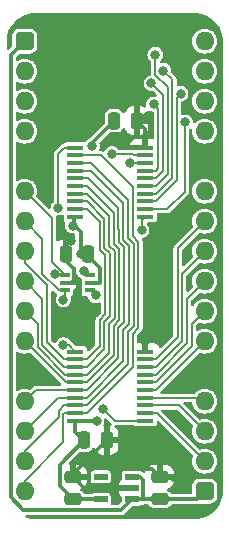
<source format=gtl>
%TF.GenerationSoftware,KiCad,Pcbnew,7.0.5*%
%TF.CreationDate,2024-01-30T20:55:08+02:00*%
%TF.ProjectId,State Reader,53746174-6520-4526-9561-6465722e6b69,rev?*%
%TF.SameCoordinates,Original*%
%TF.FileFunction,Copper,L1,Top*%
%TF.FilePolarity,Positive*%
%FSLAX46Y46*%
G04 Gerber Fmt 4.6, Leading zero omitted, Abs format (unit mm)*
G04 Created by KiCad (PCBNEW 7.0.5) date 2024-01-30 20:55:08*
%MOMM*%
%LPD*%
G01*
G04 APERTURE LIST*
G04 Aperture macros list*
%AMRoundRect*
0 Rectangle with rounded corners*
0 $1 Rounding radius*
0 $2 $3 $4 $5 $6 $7 $8 $9 X,Y pos of 4 corners*
0 Add a 4 corners polygon primitive as box body*
4,1,4,$2,$3,$4,$5,$6,$7,$8,$9,$2,$3,0*
0 Add four circle primitives for the rounded corners*
1,1,$1+$1,$2,$3*
1,1,$1+$1,$4,$5*
1,1,$1+$1,$6,$7*
1,1,$1+$1,$8,$9*
0 Add four rect primitives between the rounded corners*
20,1,$1+$1,$2,$3,$4,$5,0*
20,1,$1+$1,$4,$5,$6,$7,0*
20,1,$1+$1,$6,$7,$8,$9,0*
20,1,$1+$1,$8,$9,$2,$3,0*%
G04 Aperture macros list end*
%TA.AperFunction,ComponentPad*%
%ADD10RoundRect,0.400000X-0.400000X-0.400000X0.400000X-0.400000X0.400000X0.400000X-0.400000X0.400000X0*%
%TD*%
%TA.AperFunction,ComponentPad*%
%ADD11O,1.600000X1.600000*%
%TD*%
%TA.AperFunction,ComponentPad*%
%ADD12R,1.600000X1.600000*%
%TD*%
%TA.AperFunction,SMDPad,CuDef*%
%ADD13RoundRect,0.250000X0.475000X-0.250000X0.475000X0.250000X-0.475000X0.250000X-0.475000X-0.250000X0*%
%TD*%
%TA.AperFunction,SMDPad,CuDef*%
%ADD14R,1.475000X0.450000*%
%TD*%
%TA.AperFunction,SMDPad,CuDef*%
%ADD15RoundRect,0.250000X0.250000X0.475000X-0.250000X0.475000X-0.250000X-0.475000X0.250000X-0.475000X0*%
%TD*%
%TA.AperFunction,SMDPad,CuDef*%
%ADD16RoundRect,0.250000X-0.250000X-0.475000X0.250000X-0.475000X0.250000X0.475000X-0.250000X0.475000X0*%
%TD*%
%TA.AperFunction,SMDPad,CuDef*%
%ADD17R,1.150000X0.600000*%
%TD*%
%TA.AperFunction,SMDPad,CuDef*%
%ADD18R,0.875000X0.450000*%
%TD*%
%TA.AperFunction,ViaPad*%
%ADD19C,0.800000*%
%TD*%
%TA.AperFunction,Conductor*%
%ADD20C,0.380000*%
%TD*%
%TA.AperFunction,Conductor*%
%ADD21C,0.200000*%
%TD*%
G04 APERTURE END LIST*
D10*
%TO.P,J1,1,Pin_1*%
%TO.N,/5V*%
X114300000Y-53340000D03*
D11*
%TO.P,J1,2,Pin_2*%
%TO.N,/S13*%
X114300000Y-55880000D03*
%TO.P,J1,3,Pin_3*%
%TO.N,/S14*%
X114300000Y-58420000D03*
%TO.P,J1,4,Pin_4*%
%TO.N,/S15*%
X114300000Y-60960000D03*
D12*
%TO.P,J1,5,Pin_5*%
%TO.N,/GND*%
X114300000Y-63500000D03*
D11*
%TO.P,J1,6,Pin_6*%
%TO.N,/Read State Low*%
X114300000Y-66040000D03*
%TO.P,J1,7,Pin_7*%
%TO.N,/Read State High*%
X114300000Y-68580000D03*
%TO.P,J1,8,Pin_8*%
%TO.N,/D7*%
X114300000Y-71120000D03*
%TO.P,J1,9,Pin_9*%
%TO.N,/D6*%
X114300000Y-73660000D03*
%TO.P,J1,10,Pin_10*%
%TO.N,/D5*%
X114300000Y-76200000D03*
%TO.P,J1,11,Pin_11*%
%TO.N,/D4*%
X114300000Y-78740000D03*
D12*
%TO.P,J1,12,Pin_12*%
%TO.N,/GND*%
X114300000Y-81280000D03*
D11*
%TO.P,J1,13,Pin_13*%
%TO.N,/D3*%
X114300000Y-83820000D03*
%TO.P,J1,14,Pin_14*%
%TO.N,/D2*%
X114300000Y-86360000D03*
%TO.P,J1,15,Pin_15*%
%TO.N,/D1*%
X114300000Y-88900000D03*
%TO.P,J1,16,Pin_16*%
%TO.N,/D0*%
X114300000Y-91440000D03*
D10*
%TO.P,J1,17,Pin_17*%
%TO.N,/5V*%
X129540000Y-91440000D03*
D11*
%TO.P,J1,18,Pin_18*%
%TO.N,/S0*%
X129540000Y-88900000D03*
%TO.P,J1,19,Pin_19*%
%TO.N,/S1*%
X129540000Y-86360000D03*
%TO.P,J1,20,Pin_20*%
%TO.N,/S2*%
X129540000Y-83820000D03*
D12*
%TO.P,J1,21,Pin_21*%
%TO.N,/GND*%
X129540000Y-81280000D03*
D11*
%TO.P,J1,22,Pin_22*%
%TO.N,/S3*%
X129540000Y-78740000D03*
%TO.P,J1,23,Pin_23*%
%TO.N,/S4*%
X129540000Y-76200000D03*
%TO.P,J1,24,Pin_24*%
%TO.N,/S5*%
X129540000Y-73660000D03*
%TO.P,J1,25,Pin_25*%
%TO.N,/S6*%
X129540000Y-71120000D03*
%TO.P,J1,26,Pin_26*%
%TO.N,/S7*%
X129540000Y-68580000D03*
%TO.P,J1,27,Pin_27*%
%TO.N,/S8*%
X129540000Y-66040000D03*
D12*
%TO.P,J1,28,Pin_28*%
%TO.N,/GND*%
X129540000Y-63500000D03*
D11*
%TO.P,J1,29,Pin_29*%
%TO.N,/S9*%
X129540000Y-60960000D03*
%TO.P,J1,30,Pin_30*%
%TO.N,/S10*%
X129540000Y-58420000D03*
%TO.P,J1,31,Pin_31*%
%TO.N,/S11*%
X129540000Y-55880000D03*
%TO.P,J1,32,Pin_32*%
%TO.N,/S12*%
X129540000Y-53340000D03*
%TD*%
D13*
%TO.P,C5,1*%
%TO.N,/3.3V*%
X118364000Y-92120000D03*
%TO.P,C5,2*%
%TO.N,/GND*%
X118364000Y-90220000D03*
%TD*%
D14*
%TO.P,IC2,1,~{OE}*%
%TO.N,/~{Read State High}*%
X124477000Y-68203000D03*
%TO.P,IC2,2,D0*%
%TO.N,/S15*%
X124477000Y-67553000D03*
%TO.P,IC2,3,D1*%
%TO.N,/S14*%
X124477000Y-66903000D03*
%TO.P,IC2,4,D2*%
%TO.N,/S13*%
X124477000Y-66253000D03*
%TO.P,IC2,5,D3*%
%TO.N,/S12*%
X124477000Y-65603000D03*
%TO.P,IC2,6,D4*%
%TO.N,/S11*%
X124477000Y-64953000D03*
%TO.P,IC2,7,D5*%
%TO.N,/S10*%
X124477000Y-64303000D03*
%TO.P,IC2,8,D6*%
%TO.N,/S9*%
X124477000Y-63653000D03*
%TO.P,IC2,9,D7*%
%TO.N,/S8*%
X124477000Y-63003000D03*
%TO.P,IC2,10,GND*%
%TO.N,/GND*%
X124477000Y-62353000D03*
%TO.P,IC2,11,CP*%
%TO.N,/Read State High*%
X118601000Y-62353000D03*
%TO.P,IC2,12,Q7*%
%TO.N,/D0*%
X118601000Y-63003000D03*
%TO.P,IC2,13,Q6*%
%TO.N,/D1*%
X118601000Y-63653000D03*
%TO.P,IC2,14,Q5*%
%TO.N,/D2*%
X118601000Y-64303000D03*
%TO.P,IC2,15,Q4*%
%TO.N,/D3*%
X118601000Y-64953000D03*
%TO.P,IC2,16,Q3*%
%TO.N,/D4*%
X118601000Y-65603000D03*
%TO.P,IC2,17,Q2*%
%TO.N,/D5*%
X118601000Y-66253000D03*
%TO.P,IC2,18,Q1*%
%TO.N,/D6*%
X118601000Y-66903000D03*
%TO.P,IC2,19,Q0*%
%TO.N,/D7*%
X118601000Y-67553000D03*
%TO.P,IC2,20,3V*%
%TO.N,/3.3V*%
X118601000Y-68203000D03*
%TD*%
D15*
%TO.P,C1,1*%
%TO.N,/3.3V*%
X119679000Y-71374000D03*
%TO.P,C1,2*%
%TO.N,/GND*%
X117779000Y-71374000D03*
%TD*%
D13*
%TO.P,C4,1*%
%TO.N,/5V*%
X125730000Y-92120000D03*
%TO.P,C4,2*%
%TO.N,/GND*%
X125730000Y-90220000D03*
%TD*%
D16*
%TO.P,C2,1*%
%TO.N,/3.3V*%
X119335000Y-87122000D03*
%TO.P,C2,2*%
%TO.N,/GND*%
X121235000Y-87122000D03*
%TD*%
D14*
%TO.P,IC6,1,~{OE}*%
%TO.N,/~{Read State Low}*%
X124477000Y-85475000D03*
%TO.P,IC6,2,D0*%
%TO.N,/S0*%
X124477000Y-84825000D03*
%TO.P,IC6,3,D1*%
%TO.N,/S1*%
X124477000Y-84175000D03*
%TO.P,IC6,4,D2*%
%TO.N,/S2*%
X124477000Y-83525000D03*
%TO.P,IC6,5,D3*%
%TO.N,/S3*%
X124477000Y-82875000D03*
%TO.P,IC6,6,D4*%
%TO.N,/S4*%
X124477000Y-82225000D03*
%TO.P,IC6,7,D5*%
%TO.N,/S5*%
X124477000Y-81575000D03*
%TO.P,IC6,8,D6*%
%TO.N,/S6*%
X124477000Y-80925000D03*
%TO.P,IC6,9,D7*%
%TO.N,/S7*%
X124477000Y-80275000D03*
%TO.P,IC6,10,GND*%
%TO.N,/GND*%
X124477000Y-79625000D03*
%TO.P,IC6,11,CP*%
%TO.N,/Read State Low*%
X118601000Y-79625000D03*
%TO.P,IC6,12,Q7*%
%TO.N,/D7*%
X118601000Y-80275000D03*
%TO.P,IC6,13,Q6*%
%TO.N,/D6*%
X118601000Y-80925000D03*
%TO.P,IC6,14,Q5*%
%TO.N,/D5*%
X118601000Y-81575000D03*
%TO.P,IC6,15,Q4*%
%TO.N,/D4*%
X118601000Y-82225000D03*
%TO.P,IC6,16,Q3*%
%TO.N,/D3*%
X118601000Y-82875000D03*
%TO.P,IC6,17,Q2*%
%TO.N,/D2*%
X118601000Y-83525000D03*
%TO.P,IC6,18,Q1*%
%TO.N,/D1*%
X118601000Y-84175000D03*
%TO.P,IC6,19,Q0*%
%TO.N,/D0*%
X118601000Y-84825000D03*
%TO.P,IC6,20,3V*%
%TO.N,/3.3V*%
X118601000Y-85475000D03*
%TD*%
D16*
%TO.P,C9,1*%
%TO.N,/3.3V*%
X121875000Y-60071000D03*
%TO.P,C9,2*%
%TO.N,/GND*%
X123775000Y-60071000D03*
%TD*%
D17*
%TO.P,IC5,1,VIN*%
%TO.N,/5V*%
X123347000Y-92136000D03*
%TO.P,IC5,2,GND*%
%TO.N,/GND*%
X123347000Y-91186000D03*
%TO.P,IC5,3,EN*%
%TO.N,/5V*%
X123347000Y-90236000D03*
%TO.P,IC5,4,ADJ*%
%TO.N,unconnected-(IC5-ADJ-Pad4)*%
X120747000Y-90236000D03*
%TO.P,IC5,5,VOUT*%
%TO.N,/3.3V*%
X120747000Y-92136000D03*
%TD*%
D18*
%TO.P,IC3,1,1A*%
%TO.N,/Read State Low*%
X117683000Y-73137000D03*
%TO.P,IC3,2,GND*%
%TO.N,/GND*%
X117683000Y-73787000D03*
%TO.P,IC3,3,2A*%
%TO.N,/Read State High*%
X117683000Y-74437000D03*
%TO.P,IC3,4,2Y*%
%TO.N,/~{Read State High}*%
X119807000Y-74437000D03*
%TO.P,IC3,5,3V*%
%TO.N,/3.3V*%
X119807000Y-73787000D03*
%TO.P,IC3,6,1Y*%
%TO.N,/~{Read State Low}*%
X119807000Y-73137000D03*
%TD*%
D19*
%TO.N,/GND*%
X124333000Y-86868000D03*
X124460000Y-78740000D03*
X127000000Y-90297000D03*
X118208932Y-70250131D03*
X124714000Y-59690000D03*
%TO.N,/3.3V*%
X119027000Y-71376889D03*
X120396000Y-85471000D03*
X118364000Y-68961000D03*
X120015000Y-62229988D03*
%TO.N,/~{Read State High}*%
X124206000Y-69342000D03*
X120302664Y-74870566D03*
%TO.N,/Read State High*%
X117146490Y-67437000D03*
X117574000Y-75214583D03*
%TO.N,/~{Read State Low}*%
X119300500Y-72779179D03*
X120904000Y-84455000D03*
%TO.N,/Read State Low*%
X117574000Y-79041267D03*
X116840000Y-73025000D03*
%TO.N,/S13*%
X126049001Y-55822606D03*
%TO.N,/S14*%
X127508000Y-57785000D03*
%TO.N,/S15*%
X127903000Y-60211642D03*
%TO.N,/S8*%
X121693913Y-62876784D03*
%TO.N,/S9*%
X123225246Y-63652254D03*
%TO.N,/S10*%
X125222000Y-58674000D03*
%TO.N,/S11*%
X125020031Y-56896000D03*
%TO.N,/S12*%
X125349000Y-54483000D03*
%TD*%
D20*
%TO.N,/5V*%
X128860000Y-92120000D02*
X129540000Y-91440000D01*
X124312000Y-90496000D02*
X124312000Y-92126000D01*
X114187085Y-93010000D02*
X113110000Y-91932915D01*
X124302000Y-92136000D02*
X123347000Y-92136000D01*
X123347000Y-92136000D02*
X122473000Y-93010000D01*
X125730000Y-92120000D02*
X128860000Y-92120000D01*
X124318000Y-92120000D02*
X125730000Y-92120000D01*
X113110000Y-54530000D02*
X114300000Y-53340000D01*
X113110000Y-91932915D02*
X113110000Y-54530000D01*
X122473000Y-93010000D02*
X114187085Y-93010000D01*
X124302000Y-92136000D02*
X124318000Y-92120000D01*
X123347000Y-90236000D02*
X124052000Y-90236000D01*
X124312000Y-92126000D02*
X124302000Y-92136000D01*
X124052000Y-90236000D02*
X124312000Y-90496000D01*
%TO.N,/GND*%
X124714000Y-59690000D02*
X124156000Y-59690000D01*
X117779000Y-71374000D02*
X117779000Y-70562000D01*
X122047000Y-91186000D02*
X123347000Y-91186000D01*
X118500500Y-73787000D02*
X118510500Y-73777000D01*
X125056000Y-89546000D02*
X122544000Y-89546000D01*
X124156000Y-59690000D02*
X123902000Y-59944000D01*
X118510500Y-72663500D02*
X117779000Y-71932000D01*
X119330000Y-91186000D02*
X122047000Y-91186000D01*
X117683000Y-73787000D02*
X118500500Y-73787000D01*
X118364000Y-89993000D02*
X121235000Y-87122000D01*
X117779000Y-70562000D02*
X118090869Y-70250131D01*
X117779000Y-71932000D02*
X117779000Y-71374000D01*
X124460000Y-78740000D02*
X124460000Y-79608000D01*
X125730000Y-90220000D02*
X125056000Y-89546000D01*
X122047000Y-90043000D02*
X122047000Y-91186000D01*
X122544000Y-89546000D02*
X122047000Y-90043000D01*
X118510500Y-73777000D02*
X118510500Y-72663500D01*
X121235000Y-87122000D02*
X124079000Y-87122000D01*
X124477000Y-60773000D02*
X123775000Y-60071000D01*
X118364000Y-90220000D02*
X119330000Y-91186000D01*
X118090869Y-70250131D02*
X118208932Y-70250131D01*
X124477000Y-62353000D02*
X124477000Y-60773000D01*
X124079000Y-87122000D02*
X124333000Y-86868000D01*
X127000000Y-90297000D02*
X125807000Y-90297000D01*
%TO.N,/3.3V*%
X119470657Y-71376889D02*
X119027000Y-71376889D01*
X118364000Y-68961000D02*
X118364000Y-68834000D01*
X118601000Y-85475000D02*
X118601000Y-86388000D01*
X118601000Y-68203000D02*
X118491000Y-68313000D01*
X118364000Y-92120000D02*
X117249000Y-91005000D01*
X118601000Y-85475000D02*
X120392000Y-85475000D01*
X117249000Y-89208000D02*
X119335000Y-87122000D01*
X120634500Y-73777000D02*
X120634500Y-72540732D01*
X120634500Y-72540732D02*
X119470657Y-71376889D01*
X120747000Y-92136000D02*
X118380000Y-92136000D01*
X118364000Y-68834000D02*
X119027000Y-69497000D01*
X118601000Y-86388000D02*
X119335000Y-87122000D01*
X118491000Y-68961000D02*
X118364000Y-68961000D01*
X121875000Y-60071000D02*
X120015000Y-61931000D01*
X118491000Y-68313000D02*
X118491000Y-68961000D01*
X119027000Y-69497000D02*
X119027000Y-71376889D01*
X117249000Y-91005000D02*
X117249000Y-89208000D01*
X120624500Y-73787000D02*
X120634500Y-73777000D01*
X120392000Y-85475000D02*
X120396000Y-85471000D01*
X120015000Y-61931000D02*
X120015000Y-62229988D01*
X119807000Y-73787000D02*
X120624500Y-73787000D01*
D21*
%TO.N,/D0*%
X123924500Y-77636795D02*
X123924500Y-70307704D01*
X123450001Y-69833204D02*
X123450000Y-68738499D01*
X123450000Y-68738499D02*
X123439500Y-68728000D01*
X119538500Y-84825000D02*
X123439500Y-80924000D01*
X123439500Y-68728000D02*
X123439500Y-65685410D01*
X117563500Y-84925000D02*
X117663500Y-84825000D01*
X114300000Y-90551000D02*
X117563500Y-87287500D01*
X123439500Y-80924000D02*
X123439500Y-78121796D01*
X123439500Y-78121796D02*
X123924500Y-77636795D01*
X123924500Y-70307704D02*
X123450001Y-69833204D01*
X114300000Y-91440000D02*
X114300000Y-90551000D01*
X123439500Y-65685410D02*
X120757090Y-63003000D01*
X118601000Y-84825000D02*
X119538500Y-84825000D01*
X117663500Y-84825000D02*
X118601000Y-84825000D01*
X120757090Y-63003000D02*
X118601000Y-63003000D01*
X117563500Y-87287500D02*
X117563500Y-84925000D01*
%TO.N,/D1*%
X123039500Y-77956111D02*
X123524500Y-77471110D01*
X123039500Y-66778500D02*
X119914000Y-63653000D01*
X114300000Y-88011000D02*
X117163500Y-85147500D01*
X123039500Y-80674000D02*
X123039500Y-77956111D01*
X123050000Y-69998888D02*
X123050000Y-68904185D01*
X114300000Y-88900000D02*
X114300000Y-88011000D01*
X117663500Y-84175000D02*
X118601000Y-84175000D01*
X123050000Y-68904185D02*
X123039500Y-68893685D01*
X119914000Y-63653000D02*
X118601000Y-63653000D01*
X123524500Y-77471110D02*
X123524500Y-70473389D01*
X123039500Y-68893685D02*
X123039500Y-66778500D01*
X117163500Y-85147500D02*
X117163500Y-84675000D01*
X119538500Y-84175000D02*
X123039500Y-80674000D01*
X117163500Y-84675000D02*
X117663500Y-84175000D01*
X118601000Y-84175000D02*
X119538500Y-84175000D01*
X123524500Y-70473389D02*
X123050000Y-69998888D01*
%TO.N,/D2*%
X123124500Y-70639074D02*
X122650000Y-70164573D01*
X122639500Y-77790426D02*
X123124500Y-77305425D01*
X122639500Y-80424000D02*
X122639500Y-77790426D01*
X118601000Y-83525000D02*
X119538500Y-83525000D01*
X119538500Y-83525000D02*
X122639500Y-80424000D01*
X123124500Y-77305425D02*
X123124500Y-70639074D01*
X119929000Y-64303000D02*
X118601000Y-64303000D01*
X122650000Y-70164573D02*
X122650000Y-69069871D01*
X117135000Y-83525000D02*
X118601000Y-83525000D01*
X122639500Y-69059370D02*
X122639500Y-67013500D01*
X122650000Y-69069871D02*
X122639500Y-69059370D01*
X122639500Y-67013500D02*
X119929000Y-64303000D01*
X114300000Y-86360000D02*
X117135000Y-83525000D01*
%TO.N,/D3*%
X122239500Y-67502500D02*
X119690000Y-64953000D01*
X119690000Y-64953000D02*
X118601000Y-64953000D01*
X122250000Y-69235557D02*
X122239500Y-69225055D01*
X122239500Y-77624741D02*
X122724500Y-77139740D01*
X118601000Y-82875000D02*
X119538500Y-82875000D01*
X122724500Y-70804759D02*
X122250000Y-70330258D01*
X122724500Y-77139740D02*
X122724500Y-70804759D01*
X114300000Y-83820000D02*
X115245000Y-82875000D01*
X122239500Y-69225055D02*
X122239500Y-67502500D01*
X115245000Y-82875000D02*
X118601000Y-82875000D01*
X119538500Y-82875000D02*
X122239500Y-80174000D01*
X122250000Y-70330258D02*
X122250000Y-69235557D01*
X122239500Y-80174000D02*
X122239500Y-77624741D01*
%TO.N,/D4*%
X122324500Y-70970444D02*
X121850000Y-70495943D01*
X117785000Y-82225000D02*
X118601000Y-82225000D01*
X121850000Y-69401243D02*
X121839500Y-69390743D01*
X121839500Y-77459056D02*
X122324500Y-76974055D01*
X118601000Y-82225000D02*
X119538500Y-82225000D01*
X114300000Y-78740000D02*
X117785000Y-82225000D01*
X119538500Y-65603000D02*
X118601000Y-65603000D01*
X121850000Y-70495943D02*
X121850000Y-69401243D01*
X121839500Y-69390743D02*
X121839500Y-67904000D01*
X121839500Y-67904000D02*
X119538500Y-65603000D01*
X121839500Y-79924000D02*
X121839500Y-77459056D01*
X119538500Y-82225000D02*
X121839500Y-79924000D01*
X122324500Y-76974055D02*
X122324500Y-70970444D01*
%TO.N,/D5*%
X121450000Y-69566930D02*
X121450000Y-70661628D01*
X121924500Y-71136129D02*
X121924500Y-76808370D01*
X121439500Y-69556429D02*
X121450000Y-69566930D01*
X119538500Y-66253000D02*
X121439500Y-68154000D01*
X119608435Y-81575000D02*
X118601000Y-81575000D01*
X118601000Y-81575000D02*
X117727000Y-81575000D01*
X121439500Y-68154000D02*
X121439500Y-69556429D01*
X115400000Y-77300000D02*
X114300000Y-76200000D01*
X121924500Y-76808370D02*
X121439500Y-77293371D01*
X121439500Y-77293371D02*
X121439500Y-79743935D01*
X121450000Y-70661628D02*
X121924500Y-71136129D01*
X117727000Y-81575000D02*
X115400000Y-79248000D01*
X121439500Y-79743935D02*
X119608435Y-81575000D01*
X115400000Y-79248000D02*
X115400000Y-77300000D01*
X118601000Y-66253000D02*
X119538500Y-66253000D01*
%TO.N,/D6*%
X119538500Y-66903000D02*
X118601000Y-66903000D01*
X121050000Y-70827314D02*
X121050000Y-69732615D01*
X121039500Y-77127686D02*
X121524500Y-76642685D01*
X115800000Y-75160000D02*
X114300000Y-73660000D01*
X118601000Y-80925000D02*
X117663500Y-80925000D01*
X121039500Y-69722115D02*
X121039500Y-68404000D01*
X121524500Y-76642685D02*
X121524500Y-71301814D01*
X119538500Y-80925000D02*
X121039500Y-79424000D01*
X118601000Y-80925000D02*
X119538500Y-80925000D01*
X121039500Y-68404000D02*
X119538500Y-66903000D01*
X121050000Y-69732615D02*
X121039500Y-69722115D01*
X121039500Y-79424000D02*
X121039500Y-77127686D01*
X117663500Y-80925000D02*
X115800000Y-79061500D01*
X121524500Y-71301814D02*
X121050000Y-70827314D01*
X115800000Y-79061500D02*
X115800000Y-75160000D01*
%TO.N,/D7*%
X121124500Y-76477000D02*
X121124500Y-71467500D01*
X117663500Y-80275000D02*
X116200000Y-78811500D01*
X119538500Y-67553000D02*
X118601000Y-67553000D01*
X118601000Y-80275000D02*
X119538500Y-80275000D01*
X120639500Y-76962000D02*
X121124500Y-76477000D01*
X116200000Y-74004365D02*
X114300000Y-72104365D01*
X121124500Y-71467500D02*
X120639498Y-70982498D01*
X120639498Y-70982498D02*
X120639498Y-68653998D01*
X119538500Y-80275000D02*
X120639500Y-79174000D01*
X116200000Y-78811500D02*
X116200000Y-74004365D01*
X114300000Y-72104365D02*
X114300000Y-71120000D01*
X120639500Y-79174000D02*
X120639500Y-76962000D01*
X120639498Y-68653998D02*
X119538500Y-67553000D01*
X118601000Y-80275000D02*
X117663500Y-80275000D01*
%TO.N,/S0*%
X124477000Y-84825000D02*
X125465000Y-84825000D01*
X125465000Y-84825000D02*
X129540000Y-88900000D01*
%TO.N,/S1*%
X124477000Y-84175000D02*
X127355000Y-84175000D01*
X127355000Y-84175000D02*
X129540000Y-86360000D01*
%TO.N,/S2*%
X124477000Y-83525000D02*
X129245000Y-83525000D01*
%TO.N,/S3*%
X125405000Y-82875000D02*
X129540000Y-78740000D01*
X124477000Y-82875000D02*
X125405000Y-82875000D01*
%TO.N,/S4*%
X128440000Y-77300000D02*
X129540000Y-76200000D01*
X128440000Y-79174500D02*
X128440000Y-77300000D01*
X124477000Y-82225000D02*
X125389500Y-82225000D01*
X125389500Y-82225000D02*
X128440000Y-79174500D01*
%TO.N,/S5*%
X128040000Y-78924500D02*
X128040000Y-75160000D01*
X124477000Y-81575000D02*
X125389500Y-81575000D01*
X128040000Y-75160000D02*
X129540000Y-73660000D01*
X125389500Y-81575000D02*
X128040000Y-78924500D01*
%TO.N,/S6*%
X127640000Y-78699500D02*
X127640000Y-73020000D01*
X125414500Y-80925000D02*
X127640000Y-78699500D01*
X124477000Y-80925000D02*
X125414500Y-80925000D01*
X127640000Y-73020000D02*
X129540000Y-71120000D01*
%TO.N,/S7*%
X127240000Y-70880000D02*
X129540000Y-68580000D01*
X124477000Y-80275000D02*
X125389500Y-80275000D01*
X125389500Y-80275000D02*
X127240000Y-78424500D01*
X127240000Y-78424500D02*
X127240000Y-70880000D01*
%TO.N,/~{Read State High}*%
X119807000Y-74437000D02*
X120240566Y-74870566D01*
X124206000Y-68474000D02*
X124477000Y-68203000D01*
X124206000Y-69342000D02*
X124206000Y-68474000D01*
X120240566Y-74870566D02*
X120302664Y-74870566D01*
%TO.N,/Read State High*%
X115800000Y-73038679D02*
X117198321Y-74437000D01*
X117663500Y-62353000D02*
X117146490Y-62870010D01*
X114300000Y-68580000D02*
X115800000Y-70080000D01*
X117198321Y-74437000D02*
X117683000Y-74437000D01*
X117146490Y-62870010D02*
X117146490Y-67437000D01*
X118601000Y-62353000D02*
X117663500Y-62353000D01*
X115800000Y-70080000D02*
X115800000Y-73038679D01*
X117683000Y-74437000D02*
X117683000Y-75105583D01*
X117683000Y-75105583D02*
X117574000Y-75214583D01*
%TO.N,/~{Read State Low}*%
X124477000Y-85475000D02*
X121924000Y-85475000D01*
X121924000Y-85475000D02*
X120904000Y-84455000D01*
X119449179Y-72779179D02*
X119300500Y-72779179D01*
X119807000Y-73137000D02*
X119449179Y-72779179D01*
%TO.N,/Read State Low*%
X116594000Y-68334000D02*
X114300000Y-66040000D01*
X118017267Y-79041267D02*
X117574000Y-79041267D01*
X117683000Y-73137000D02*
X116952000Y-73137000D01*
X116952000Y-73137000D02*
X116840000Y-73025000D01*
X118601000Y-79625000D02*
X118017267Y-79041267D01*
X116594000Y-72048000D02*
X116594000Y-68334000D01*
X117683000Y-73137000D02*
X116594000Y-72048000D01*
%TO.N,/S13*%
X125447686Y-66253000D02*
X126803000Y-64897686D01*
X126803000Y-64897686D02*
X126803000Y-56576605D01*
X126803000Y-56576605D02*
X126049001Y-55822606D01*
X124477000Y-66253000D02*
X125447686Y-66253000D01*
%TO.N,/S14*%
X124477000Y-66903000D02*
X125414500Y-66903000D01*
X125414500Y-66903000D02*
X127203000Y-65114500D01*
X127203000Y-58090000D02*
X127508000Y-57785000D01*
X127203000Y-65114500D02*
X127203000Y-58090000D01*
%TO.N,/S15*%
X124477000Y-67553000D02*
X126376000Y-67553000D01*
X127857000Y-66072000D02*
X127857000Y-60257642D01*
X126376000Y-67553000D02*
X127857000Y-66072000D01*
X127857000Y-60257642D02*
X127903000Y-60211642D01*
%TO.N,/S8*%
X123539500Y-63003000D02*
X123413284Y-62876784D01*
X123413284Y-62876784D02*
X121693913Y-62876784D01*
X124477000Y-63003000D02*
X123539500Y-63003000D01*
%TO.N,/S9*%
X123225992Y-63653000D02*
X123225246Y-63652254D01*
X124477000Y-63653000D02*
X123225992Y-63653000D01*
%TO.N,/S10*%
X124477000Y-64303000D02*
X125414500Y-64303000D01*
X125414500Y-64303000D02*
X125603000Y-64114500D01*
X125603000Y-64114500D02*
X125603000Y-59055000D01*
X125603000Y-59055000D02*
X125222000Y-58674000D01*
%TO.N,/S11*%
X126003000Y-57878969D02*
X125020031Y-56896000D01*
X125414500Y-64953000D02*
X126003000Y-64364500D01*
X126003000Y-64364500D02*
X126003000Y-57878969D01*
X124477000Y-64953000D02*
X125414500Y-64953000D01*
%TO.N,/S12*%
X126403000Y-57260107D02*
X125349000Y-56206107D01*
X125349000Y-56206107D02*
X125349000Y-54483000D01*
X126403000Y-64614500D02*
X126403000Y-57260107D01*
X124477000Y-65603000D02*
X125414500Y-65603000D01*
X125414500Y-65603000D02*
X126403000Y-64614500D01*
%TD*%
%TA.AperFunction,Conductor*%
%TO.N,/GND*%
G36*
X128706138Y-50976880D02*
G01*
X128724192Y-50977971D01*
X128985390Y-50993767D01*
X128992824Y-50994671D01*
X129266153Y-51044757D01*
X129273415Y-51046548D01*
X129538710Y-51129215D01*
X129545716Y-51131872D01*
X129799109Y-51245911D01*
X129805740Y-51249391D01*
X130043553Y-51393152D01*
X130049700Y-51397395D01*
X130268452Y-51568773D01*
X130274049Y-51573733D01*
X130470543Y-51770224D01*
X130475513Y-51775833D01*
X130646879Y-51994564D01*
X130651136Y-52000731D01*
X130794893Y-52238532D01*
X130798375Y-52245167D01*
X130912419Y-52498557D01*
X130915072Y-52505551D01*
X130992351Y-52753547D01*
X130997742Y-52770847D01*
X130999535Y-52778123D01*
X131049624Y-53051448D01*
X131050527Y-53058887D01*
X131067386Y-53337568D01*
X131067499Y-53341313D01*
X131067499Y-91438138D01*
X131067386Y-91441883D01*
X131050494Y-91721108D01*
X131049591Y-91728547D01*
X130999504Y-92001864D01*
X130997711Y-92009140D01*
X130915044Y-92274428D01*
X130912386Y-92281435D01*
X130798348Y-92534815D01*
X130794865Y-92541451D01*
X130651111Y-92779246D01*
X130646854Y-92785413D01*
X130475489Y-93004143D01*
X130470519Y-93009752D01*
X130274032Y-93206237D01*
X130268423Y-93211206D01*
X130049687Y-93382573D01*
X130043520Y-93386830D01*
X129805730Y-93530576D01*
X129799095Y-93534058D01*
X129545708Y-93648095D01*
X129538702Y-93650752D01*
X129273405Y-93733419D01*
X129266129Y-93735213D01*
X128992820Y-93785295D01*
X128985381Y-93786199D01*
X128705610Y-93803119D01*
X128701867Y-93803232D01*
X128270000Y-93803232D01*
X128270000Y-92560500D01*
X128831772Y-92560500D01*
X128838712Y-92560889D01*
X128868651Y-92564263D01*
X128876656Y-92565165D01*
X128876656Y-92565164D01*
X128876657Y-92565165D01*
X128932704Y-92554559D01*
X128934971Y-92554175D01*
X128991306Y-92545685D01*
X128999277Y-92543226D01*
X129007127Y-92540479D01*
X129007127Y-92540478D01*
X129007131Y-92540478D01*
X129057550Y-92513829D01*
X129059550Y-92512819D01*
X129073524Y-92506090D01*
X129080402Y-92502779D01*
X129134201Y-92490500D01*
X130005686Y-92490500D01*
X130005694Y-92490500D01*
X130042569Y-92487598D01*
X130042571Y-92487597D01*
X130042573Y-92487597D01*
X130084191Y-92475505D01*
X130200398Y-92441744D01*
X130341865Y-92358081D01*
X130458081Y-92241865D01*
X130541744Y-92100398D01*
X130587598Y-91942569D01*
X130590500Y-91905694D01*
X130590500Y-90974306D01*
X130587598Y-90937431D01*
X130541744Y-90779602D01*
X130458081Y-90638135D01*
X130458079Y-90638133D01*
X130458076Y-90638129D01*
X130341870Y-90521923D01*
X130341862Y-90521917D01*
X130200396Y-90438255D01*
X130200393Y-90438254D01*
X130042573Y-90392402D01*
X130042567Y-90392401D01*
X130005701Y-90389500D01*
X130005694Y-90389500D01*
X129074306Y-90389500D01*
X129074298Y-90389500D01*
X129037432Y-90392401D01*
X129037426Y-90392402D01*
X128879606Y-90438254D01*
X128879603Y-90438255D01*
X128738137Y-90521917D01*
X128738129Y-90521923D01*
X128621923Y-90638129D01*
X128621917Y-90638137D01*
X128538255Y-90779603D01*
X128538254Y-90779606D01*
X128492402Y-90937426D01*
X128492401Y-90937432D01*
X128489500Y-90974298D01*
X128489500Y-91555500D01*
X128469815Y-91622539D01*
X128417011Y-91668294D01*
X128365500Y-91679500D01*
X128270000Y-91679500D01*
X128270000Y-88125682D01*
X128529808Y-88385490D01*
X128563293Y-88446813D01*
X128560788Y-88509166D01*
X128504699Y-88694067D01*
X128484417Y-88899999D01*
X128504699Y-89105932D01*
X128504700Y-89105934D01*
X128564768Y-89303954D01*
X128662315Y-89486450D01*
X128662317Y-89486452D01*
X128793589Y-89646410D01*
X128890209Y-89725702D01*
X128953550Y-89777685D01*
X129136046Y-89875232D01*
X129334066Y-89935300D01*
X129334065Y-89935300D01*
X129352529Y-89937118D01*
X129540000Y-89955583D01*
X129745934Y-89935300D01*
X129943954Y-89875232D01*
X130126450Y-89777685D01*
X130286410Y-89646410D01*
X130417685Y-89486450D01*
X130515232Y-89303954D01*
X130575300Y-89105934D01*
X130595583Y-88900000D01*
X130575300Y-88694066D01*
X130515232Y-88496046D01*
X130417685Y-88313550D01*
X130365702Y-88250209D01*
X130286410Y-88153589D01*
X130126452Y-88022317D01*
X130126453Y-88022317D01*
X130126450Y-88022315D01*
X129943954Y-87924768D01*
X129745934Y-87864700D01*
X129745932Y-87864699D01*
X129745934Y-87864699D01*
X129558463Y-87846235D01*
X129540000Y-87844417D01*
X129539999Y-87844417D01*
X129334067Y-87864699D01*
X129149166Y-87920788D01*
X129079299Y-87921411D01*
X129025490Y-87889808D01*
X128270000Y-87134318D01*
X128269999Y-85585682D01*
X128529808Y-85845490D01*
X128563293Y-85906813D01*
X128560788Y-85969166D01*
X128504699Y-86154067D01*
X128484417Y-86360000D01*
X128504699Y-86565932D01*
X128504700Y-86565934D01*
X128564768Y-86763954D01*
X128662315Y-86946450D01*
X128662317Y-86946452D01*
X128793589Y-87106410D01*
X128827596Y-87134318D01*
X128953550Y-87237685D01*
X129136046Y-87335232D01*
X129334066Y-87395300D01*
X129334065Y-87395300D01*
X129352529Y-87397118D01*
X129540000Y-87415583D01*
X129745934Y-87395300D01*
X129943954Y-87335232D01*
X130126450Y-87237685D01*
X130286410Y-87106410D01*
X130417685Y-86946450D01*
X130515232Y-86763954D01*
X130575300Y-86565934D01*
X130595583Y-86360000D01*
X130575300Y-86154066D01*
X130515232Y-85956046D01*
X130417685Y-85773550D01*
X130365702Y-85710209D01*
X130286410Y-85613589D01*
X130126452Y-85482317D01*
X130126453Y-85482317D01*
X130126450Y-85482315D01*
X129943954Y-85384768D01*
X129745934Y-85324700D01*
X129745932Y-85324699D01*
X129745934Y-85324699D01*
X129540000Y-85304417D01*
X129334067Y-85324699D01*
X129149165Y-85380788D01*
X129079298Y-85381411D01*
X129025489Y-85349808D01*
X128270000Y-84594318D01*
X128270000Y-83875500D01*
X128377496Y-83875500D01*
X128444535Y-83895185D01*
X128490290Y-83947989D01*
X128500899Y-83987345D01*
X128504699Y-84025932D01*
X128504700Y-84025934D01*
X128564768Y-84223954D01*
X128662315Y-84406450D01*
X128662317Y-84406452D01*
X128793589Y-84566410D01*
X128890209Y-84645702D01*
X128953550Y-84697685D01*
X129136046Y-84795232D01*
X129334066Y-84855300D01*
X129334065Y-84855300D01*
X129354347Y-84857297D01*
X129540000Y-84875583D01*
X129745934Y-84855300D01*
X129943954Y-84795232D01*
X130126450Y-84697685D01*
X130286410Y-84566410D01*
X130417685Y-84406450D01*
X130515232Y-84223954D01*
X130575300Y-84025934D01*
X130595583Y-83820000D01*
X130575300Y-83614066D01*
X130515232Y-83416046D01*
X130417685Y-83233550D01*
X130332018Y-83129164D01*
X130286410Y-83073589D01*
X130126452Y-82942317D01*
X130126453Y-82942317D01*
X130126450Y-82942315D01*
X129943954Y-82844768D01*
X129745934Y-82784700D01*
X129745932Y-82784699D01*
X129745934Y-82784699D01*
X129558463Y-82766235D01*
X129540000Y-82764417D01*
X129539999Y-82764417D01*
X129334067Y-82784699D01*
X129136043Y-82844769D01*
X129025897Y-82903643D01*
X128953550Y-82942315D01*
X128953548Y-82942316D01*
X128953547Y-82942317D01*
X128793589Y-83073589D01*
X128747982Y-83129164D01*
X128690236Y-83168499D01*
X128652128Y-83174500D01*
X128270000Y-83174500D01*
X128269999Y-80505681D01*
X129025491Y-79750189D01*
X129086812Y-79716706D01*
X129149162Y-79719210D01*
X129334066Y-79775300D01*
X129334065Y-79775300D01*
X129354347Y-79777297D01*
X129540000Y-79795583D01*
X129745934Y-79775300D01*
X129943954Y-79715232D01*
X130126450Y-79617685D01*
X130286410Y-79486410D01*
X130417685Y-79326450D01*
X130515232Y-79143954D01*
X130575300Y-78945934D01*
X130595583Y-78740000D01*
X130575300Y-78534066D01*
X130515232Y-78336046D01*
X130417685Y-78153550D01*
X130365702Y-78090209D01*
X130286410Y-77993589D01*
X130168677Y-77896969D01*
X130126450Y-77862315D01*
X129943954Y-77764768D01*
X129745934Y-77704700D01*
X129745932Y-77704699D01*
X129745934Y-77704699D01*
X129558463Y-77686235D01*
X129540000Y-77684417D01*
X129539999Y-77684417D01*
X129334067Y-77704699D01*
X129136041Y-77764769D01*
X128972953Y-77851943D01*
X128904551Y-77866185D01*
X128839307Y-77841185D01*
X128797936Y-77784880D01*
X128790500Y-77742585D01*
X128790500Y-77496542D01*
X128810185Y-77429503D01*
X128826814Y-77408866D01*
X129025491Y-77210189D01*
X129086812Y-77176706D01*
X129149162Y-77179210D01*
X129334066Y-77235300D01*
X129334065Y-77235300D01*
X129354348Y-77237297D01*
X129540000Y-77255583D01*
X129745934Y-77235300D01*
X129943954Y-77175232D01*
X130126450Y-77077685D01*
X130286410Y-76946410D01*
X130417685Y-76786450D01*
X130515232Y-76603954D01*
X130575300Y-76405934D01*
X130595583Y-76200000D01*
X130575300Y-75994066D01*
X130515232Y-75796046D01*
X130417685Y-75613550D01*
X130365702Y-75550209D01*
X130286410Y-75453589D01*
X130126452Y-75322317D01*
X130126453Y-75322317D01*
X130126450Y-75322315D01*
X129943954Y-75224768D01*
X129745934Y-75164700D01*
X129745932Y-75164699D01*
X129745934Y-75164699D01*
X129540000Y-75144417D01*
X129334067Y-75164699D01*
X129136043Y-75224769D01*
X129025897Y-75283643D01*
X128953550Y-75322315D01*
X128953548Y-75322316D01*
X128953547Y-75322317D01*
X128793589Y-75453589D01*
X128662317Y-75613547D01*
X128623856Y-75685499D01*
X128574892Y-75735342D01*
X128506755Y-75750801D01*
X128441075Y-75726968D01*
X128398708Y-75671409D01*
X128390500Y-75627048D01*
X128390500Y-75356543D01*
X128410185Y-75289503D01*
X128426815Y-75268866D01*
X129025491Y-74670189D01*
X129086812Y-74636706D01*
X129149162Y-74639210D01*
X129334066Y-74695300D01*
X129334065Y-74695300D01*
X129352529Y-74697118D01*
X129540000Y-74715583D01*
X129745934Y-74695300D01*
X129943954Y-74635232D01*
X130126450Y-74537685D01*
X130286410Y-74406410D01*
X130417685Y-74246450D01*
X130515232Y-74063954D01*
X130575300Y-73865934D01*
X130595583Y-73660000D01*
X130575300Y-73454066D01*
X130515232Y-73256046D01*
X130417685Y-73073550D01*
X130337666Y-72976046D01*
X130286410Y-72913589D01*
X130168677Y-72816969D01*
X130126450Y-72782315D01*
X129943954Y-72684768D01*
X129745934Y-72624700D01*
X129745932Y-72624699D01*
X129745934Y-72624699D01*
X129558463Y-72606235D01*
X129540000Y-72604417D01*
X129539999Y-72604417D01*
X129334067Y-72624699D01*
X129136043Y-72684769D01*
X129025897Y-72743643D01*
X128953550Y-72782315D01*
X128953548Y-72782316D01*
X128953547Y-72782317D01*
X128793589Y-72913589D01*
X128662317Y-73073547D01*
X128564769Y-73256043D01*
X128504699Y-73454067D01*
X128484417Y-73660000D01*
X128504699Y-73865932D01*
X128560788Y-74050832D01*
X128561411Y-74120699D01*
X128529808Y-74174508D01*
X128269999Y-74434316D01*
X128269999Y-72885681D01*
X129025490Y-72130189D01*
X129086811Y-72096706D01*
X129149163Y-72099210D01*
X129334066Y-72155300D01*
X129334065Y-72155300D01*
X129354347Y-72157297D01*
X129540000Y-72175583D01*
X129745934Y-72155300D01*
X129943954Y-72095232D01*
X130126450Y-71997685D01*
X130286410Y-71866410D01*
X130417685Y-71706450D01*
X130515232Y-71523954D01*
X130575300Y-71325934D01*
X130595583Y-71120000D01*
X130575300Y-70914066D01*
X130515232Y-70716046D01*
X130417685Y-70533550D01*
X130365702Y-70470209D01*
X130286410Y-70373589D01*
X130126452Y-70242317D01*
X130126453Y-70242317D01*
X130126450Y-70242315D01*
X129943954Y-70144768D01*
X129745934Y-70084700D01*
X129745932Y-70084699D01*
X129745934Y-70084699D01*
X129540000Y-70064417D01*
X129334067Y-70084699D01*
X129136043Y-70144769D01*
X129025897Y-70203643D01*
X128953550Y-70242315D01*
X128953548Y-70242316D01*
X128953547Y-70242317D01*
X128793589Y-70373589D01*
X128662317Y-70533547D01*
X128564769Y-70716043D01*
X128504699Y-70914067D01*
X128484417Y-71120000D01*
X128504699Y-71325932D01*
X128560788Y-71510832D01*
X128561411Y-71580699D01*
X128529808Y-71634508D01*
X128269999Y-71894316D01*
X128269999Y-70345681D01*
X129025491Y-69590189D01*
X129086812Y-69556706D01*
X129149162Y-69559210D01*
X129334066Y-69615300D01*
X129334065Y-69615300D01*
X129352529Y-69617118D01*
X129540000Y-69635583D01*
X129745934Y-69615300D01*
X129943954Y-69555232D01*
X130126450Y-69457685D01*
X130286410Y-69326410D01*
X130417685Y-69166450D01*
X130515232Y-68983954D01*
X130575300Y-68785934D01*
X130595583Y-68580000D01*
X130575300Y-68374066D01*
X130515232Y-68176046D01*
X130417685Y-67993550D01*
X130365702Y-67930209D01*
X130286410Y-67833589D01*
X130126452Y-67702317D01*
X130126453Y-67702317D01*
X130126450Y-67702315D01*
X129943954Y-67604768D01*
X129745934Y-67544700D01*
X129745932Y-67544699D01*
X129745934Y-67544699D01*
X129558463Y-67526235D01*
X129540000Y-67524417D01*
X129539999Y-67524417D01*
X129334067Y-67544699D01*
X129136043Y-67604769D01*
X129025898Y-67663643D01*
X128953550Y-67702315D01*
X128953548Y-67702316D01*
X128953547Y-67702317D01*
X128793589Y-67833589D01*
X128662317Y-67993547D01*
X128564769Y-68176043D01*
X128504699Y-68374067D01*
X128484417Y-68579999D01*
X128504699Y-68785932D01*
X128560788Y-68970832D01*
X128561411Y-69040699D01*
X128529808Y-69094508D01*
X128269999Y-69354316D01*
X128269999Y-66039999D01*
X128484417Y-66039999D01*
X128504699Y-66245932D01*
X128504700Y-66245934D01*
X128564768Y-66443954D01*
X128662315Y-66626450D01*
X128662317Y-66626452D01*
X128793589Y-66786410D01*
X128890209Y-66865702D01*
X128953550Y-66917685D01*
X129136046Y-67015232D01*
X129334066Y-67075300D01*
X129334065Y-67075300D01*
X129354347Y-67077297D01*
X129540000Y-67095583D01*
X129745934Y-67075300D01*
X129943954Y-67015232D01*
X130126450Y-66917685D01*
X130286410Y-66786410D01*
X130417685Y-66626450D01*
X130515232Y-66443954D01*
X130575300Y-66245934D01*
X130595583Y-66040000D01*
X130575300Y-65834066D01*
X130515232Y-65636046D01*
X130417685Y-65453550D01*
X130365702Y-65390209D01*
X130286410Y-65293589D01*
X130126452Y-65162317D01*
X130126453Y-65162317D01*
X130126450Y-65162315D01*
X129943954Y-65064768D01*
X129745934Y-65004700D01*
X129745932Y-65004699D01*
X129745934Y-65004699D01*
X129540000Y-64984417D01*
X129334067Y-65004699D01*
X129136043Y-65064769D01*
X129025898Y-65123643D01*
X128953550Y-65162315D01*
X128953548Y-65162316D01*
X128953547Y-65162317D01*
X128793589Y-65293589D01*
X128662317Y-65453547D01*
X128564769Y-65636043D01*
X128504699Y-65834067D01*
X128484417Y-66039999D01*
X128269999Y-66039999D01*
X128269999Y-60753675D01*
X128275240Y-60750925D01*
X128290359Y-60737530D01*
X128353588Y-60707809D01*
X128422852Y-60716990D01*
X128476157Y-60762160D01*
X128496578Y-60828979D01*
X128495989Y-60842498D01*
X128484417Y-60959999D01*
X128504699Y-61165932D01*
X128504700Y-61165934D01*
X128564768Y-61363954D01*
X128662315Y-61546450D01*
X128662317Y-61546452D01*
X128793589Y-61706410D01*
X128890209Y-61785702D01*
X128953550Y-61837685D01*
X129136046Y-61935232D01*
X129334066Y-61995300D01*
X129334065Y-61995300D01*
X129354347Y-61997297D01*
X129540000Y-62015583D01*
X129745934Y-61995300D01*
X129943954Y-61935232D01*
X130126450Y-61837685D01*
X130286410Y-61706410D01*
X130417685Y-61546450D01*
X130515232Y-61363954D01*
X130575300Y-61165934D01*
X130595583Y-60960000D01*
X130575300Y-60754066D01*
X130515232Y-60556046D01*
X130417685Y-60373550D01*
X130339478Y-60278254D01*
X130286410Y-60213589D01*
X130126452Y-60082317D01*
X130126453Y-60082317D01*
X130126450Y-60082315D01*
X129943954Y-59984768D01*
X129745934Y-59924700D01*
X129745932Y-59924699D01*
X129745934Y-59924699D01*
X129540000Y-59904417D01*
X129334067Y-59924699D01*
X129136043Y-59984769D01*
X129025898Y-60043643D01*
X128953550Y-60082315D01*
X128953548Y-60082316D01*
X128953547Y-60082317D01*
X128793591Y-60213588D01*
X128772802Y-60238920D01*
X128715055Y-60278254D01*
X128645211Y-60280123D01*
X128585443Y-60243936D01*
X128554727Y-60181180D01*
X128553853Y-60175200D01*
X128542575Y-60082317D01*
X128539237Y-60054824D01*
X128483220Y-59907119D01*
X128393483Y-59777112D01*
X128275240Y-59672359D01*
X128275238Y-59672358D01*
X128275237Y-59672357D01*
X128270000Y-59669608D01*
X128270000Y-58420000D01*
X128484417Y-58420000D01*
X128504699Y-58625932D01*
X128504700Y-58625934D01*
X128564768Y-58823954D01*
X128662315Y-59006450D01*
X128662317Y-59006452D01*
X128793589Y-59166410D01*
X128890209Y-59245702D01*
X128953550Y-59297685D01*
X129136046Y-59395232D01*
X129334066Y-59455300D01*
X129334065Y-59455300D01*
X129352529Y-59457118D01*
X129540000Y-59475583D01*
X129745934Y-59455300D01*
X129943954Y-59395232D01*
X130126450Y-59297685D01*
X130286410Y-59166410D01*
X130417685Y-59006450D01*
X130515232Y-58823954D01*
X130575300Y-58625934D01*
X130595583Y-58420000D01*
X130575300Y-58214066D01*
X130515232Y-58016046D01*
X130417685Y-57833550D01*
X130365702Y-57770209D01*
X130286410Y-57673589D01*
X130126452Y-57542317D01*
X130126453Y-57542317D01*
X130126450Y-57542315D01*
X129943954Y-57444768D01*
X129745934Y-57384700D01*
X129745932Y-57384699D01*
X129745934Y-57384699D01*
X129540000Y-57364417D01*
X129334067Y-57384699D01*
X129136043Y-57444769D01*
X129025898Y-57503643D01*
X128953550Y-57542315D01*
X128953548Y-57542316D01*
X128953547Y-57542317D01*
X128793589Y-57673589D01*
X128662317Y-57833547D01*
X128564769Y-58016043D01*
X128504699Y-58214067D01*
X128484417Y-58420000D01*
X128270000Y-58420000D01*
X128270000Y-55879999D01*
X128484417Y-55879999D01*
X128504699Y-56085932D01*
X128504700Y-56085934D01*
X128564768Y-56283954D01*
X128662315Y-56466450D01*
X128662317Y-56466452D01*
X128793589Y-56626410D01*
X128890209Y-56705702D01*
X128953550Y-56757685D01*
X129136046Y-56855232D01*
X129334066Y-56915300D01*
X129334065Y-56915300D01*
X129352529Y-56917118D01*
X129540000Y-56935583D01*
X129745934Y-56915300D01*
X129943954Y-56855232D01*
X130126450Y-56757685D01*
X130286410Y-56626410D01*
X130417685Y-56466450D01*
X130515232Y-56283954D01*
X130575300Y-56085934D01*
X130595583Y-55880000D01*
X130575300Y-55674066D01*
X130515232Y-55476046D01*
X130417685Y-55293550D01*
X130365702Y-55230209D01*
X130286410Y-55133589D01*
X130126452Y-55002317D01*
X130126453Y-55002317D01*
X130126450Y-55002315D01*
X129943954Y-54904768D01*
X129745934Y-54844700D01*
X129745932Y-54844699D01*
X129745934Y-54844699D01*
X129540000Y-54824417D01*
X129334067Y-54844699D01*
X129136043Y-54904769D01*
X129025898Y-54963643D01*
X128953550Y-55002315D01*
X128953548Y-55002316D01*
X128953547Y-55002317D01*
X128793589Y-55133589D01*
X128662317Y-55293547D01*
X128564769Y-55476043D01*
X128504699Y-55674067D01*
X128484417Y-55879999D01*
X128270000Y-55879999D01*
X128270000Y-53339999D01*
X128484417Y-53339999D01*
X128504699Y-53545932D01*
X128504700Y-53545934D01*
X128564768Y-53743954D01*
X128662315Y-53926450D01*
X128662317Y-53926452D01*
X128793589Y-54086410D01*
X128890209Y-54165702D01*
X128953550Y-54217685D01*
X129136046Y-54315232D01*
X129334066Y-54375300D01*
X129334065Y-54375300D01*
X129352529Y-54377118D01*
X129540000Y-54395583D01*
X129745934Y-54375300D01*
X129943954Y-54315232D01*
X130126450Y-54217685D01*
X130286410Y-54086410D01*
X130417685Y-53926450D01*
X130515232Y-53743954D01*
X130575300Y-53545934D01*
X130595583Y-53340000D01*
X130575300Y-53134066D01*
X130515232Y-52936046D01*
X130417685Y-52753550D01*
X130365702Y-52690209D01*
X130286410Y-52593589D01*
X130126452Y-52462317D01*
X130126453Y-52462317D01*
X130126450Y-52462315D01*
X129943954Y-52364768D01*
X129745934Y-52304700D01*
X129745932Y-52304699D01*
X129745934Y-52304699D01*
X129540000Y-52284417D01*
X129334067Y-52304699D01*
X129136043Y-52364769D01*
X129025898Y-52423643D01*
X128953550Y-52462315D01*
X128953548Y-52462316D01*
X128953547Y-52462317D01*
X128793589Y-52593589D01*
X128662317Y-52753547D01*
X128662315Y-52753550D01*
X128623643Y-52825897D01*
X128564769Y-52936043D01*
X128504699Y-53134067D01*
X128484417Y-53339999D01*
X128270000Y-53339999D01*
X128270000Y-50976767D01*
X128702395Y-50976767D01*
X128706138Y-50976880D01*
G37*
%TD.AperFunction*%
%TD*%
%TA.AperFunction,Conductor*%
%TO.N,/GND*%
G36*
X115570000Y-93803232D02*
G01*
X115137604Y-93803232D01*
X115133861Y-93803119D01*
X114854615Y-93786232D01*
X114847175Y-93785328D01*
X114573860Y-93735245D01*
X114566584Y-93733451D01*
X114436400Y-93692886D01*
X114378252Y-93654149D01*
X114350277Y-93590124D01*
X114361358Y-93521138D01*
X114407976Y-93469095D01*
X114473289Y-93450500D01*
X115570000Y-93450500D01*
X115570000Y-93803232D01*
G37*
%TD.AperFunction*%
%TA.AperFunction,Conductor*%
G36*
X113732950Y-79628054D02*
G01*
X113896046Y-79715232D01*
X114094066Y-79775300D01*
X114094065Y-79775300D01*
X114112529Y-79777118D01*
X114300000Y-79795583D01*
X114505934Y-79775300D01*
X114690836Y-79719210D01*
X114760699Y-79718588D01*
X114814509Y-79750191D01*
X115570000Y-80505682D01*
X115570000Y-82524500D01*
X115294211Y-82524500D01*
X115268765Y-82521861D01*
X115259685Y-82519957D01*
X115259684Y-82519957D01*
X115259682Y-82519957D01*
X115227061Y-82524023D01*
X115219385Y-82524500D01*
X115215960Y-82524500D01*
X115210754Y-82525368D01*
X115195700Y-82527879D01*
X115193171Y-82528247D01*
X115143608Y-82534426D01*
X115136570Y-82536521D01*
X115129617Y-82538908D01*
X115085687Y-82562682D01*
X115083411Y-82563853D01*
X115038513Y-82585803D01*
X115032566Y-82590048D01*
X115026739Y-82594584D01*
X114992913Y-82631329D01*
X114991139Y-82633177D01*
X114814508Y-82809808D01*
X114753185Y-82843293D01*
X114690833Y-82840788D01*
X114505934Y-82784700D01*
X114505932Y-82784699D01*
X114505934Y-82784699D01*
X114300000Y-82764417D01*
X114094067Y-82784699D01*
X113896041Y-82844769D01*
X113732953Y-82931943D01*
X113664551Y-82946185D01*
X113599307Y-82921185D01*
X113557936Y-82864880D01*
X113550500Y-82822585D01*
X113550500Y-79737414D01*
X113570185Y-79670375D01*
X113622989Y-79624620D01*
X113692147Y-79614676D01*
X113732950Y-79628054D01*
G37*
%TD.AperFunction*%
%TA.AperFunction,Conductor*%
G36*
X115570000Y-66814317D02*
G01*
X115310191Y-66554509D01*
X115276706Y-66493186D01*
X115279210Y-66430837D01*
X115335300Y-66245934D01*
X115355583Y-66040000D01*
X115335300Y-65834066D01*
X115275232Y-65636046D01*
X115177685Y-65453550D01*
X115125702Y-65390209D01*
X115046410Y-65293589D01*
X114928677Y-65196969D01*
X114886450Y-65162315D01*
X114703954Y-65064768D01*
X114505934Y-65004700D01*
X114505932Y-65004699D01*
X114505934Y-65004699D01*
X114318463Y-64986235D01*
X114300000Y-64984417D01*
X114299999Y-64984417D01*
X114094067Y-65004699D01*
X113896041Y-65064769D01*
X113732953Y-65151943D01*
X113664551Y-65166185D01*
X113599307Y-65141185D01*
X113557936Y-65084880D01*
X113550500Y-65042585D01*
X113550500Y-61957414D01*
X113570185Y-61890375D01*
X113622989Y-61844620D01*
X113692147Y-61834676D01*
X113732950Y-61848054D01*
X113896046Y-61935232D01*
X114094066Y-61995300D01*
X114094065Y-61995300D01*
X114112529Y-61997118D01*
X114300000Y-62015583D01*
X114505934Y-61995300D01*
X114703954Y-61935232D01*
X114886450Y-61837685D01*
X115046410Y-61706410D01*
X115177685Y-61546450D01*
X115275232Y-61363954D01*
X115335300Y-61165934D01*
X115355583Y-60960000D01*
X115335300Y-60754066D01*
X115275232Y-60556046D01*
X115177685Y-60373550D01*
X115125702Y-60310209D01*
X115046410Y-60213589D01*
X114928677Y-60116969D01*
X114886450Y-60082315D01*
X114703954Y-59984768D01*
X114505934Y-59924700D01*
X114505932Y-59924699D01*
X114505934Y-59924699D01*
X114300000Y-59904417D01*
X114094067Y-59924699D01*
X113896041Y-59984769D01*
X113732953Y-60071943D01*
X113664551Y-60086185D01*
X113599307Y-60061185D01*
X113557936Y-60004880D01*
X113550500Y-59962585D01*
X113550500Y-59417414D01*
X113570185Y-59350375D01*
X113622989Y-59304620D01*
X113692147Y-59294676D01*
X113732950Y-59308054D01*
X113896046Y-59395232D01*
X114094066Y-59455300D01*
X114094065Y-59455300D01*
X114112529Y-59457118D01*
X114300000Y-59475583D01*
X114505934Y-59455300D01*
X114703954Y-59395232D01*
X114886450Y-59297685D01*
X115046410Y-59166410D01*
X115177685Y-59006450D01*
X115275232Y-58823954D01*
X115335300Y-58625934D01*
X115355583Y-58420000D01*
X115335300Y-58214066D01*
X115275232Y-58016046D01*
X115177685Y-57833550D01*
X115125702Y-57770209D01*
X115046410Y-57673589D01*
X114928677Y-57576969D01*
X114886450Y-57542315D01*
X114703954Y-57444768D01*
X114505934Y-57384700D01*
X114505932Y-57384699D01*
X114505934Y-57384699D01*
X114300000Y-57364417D01*
X114094067Y-57384699D01*
X113896041Y-57444769D01*
X113732953Y-57531943D01*
X113664551Y-57546185D01*
X113599307Y-57521185D01*
X113557936Y-57464880D01*
X113550500Y-57422585D01*
X113550500Y-56877414D01*
X113570185Y-56810375D01*
X113622989Y-56764620D01*
X113692147Y-56754676D01*
X113732950Y-56768054D01*
X113896046Y-56855232D01*
X114094066Y-56915300D01*
X114094065Y-56915300D01*
X114112529Y-56917118D01*
X114300000Y-56935583D01*
X114505934Y-56915300D01*
X114703954Y-56855232D01*
X114886450Y-56757685D01*
X115046410Y-56626410D01*
X115177685Y-56466450D01*
X115275232Y-56283954D01*
X115335300Y-56085934D01*
X115355583Y-55880000D01*
X115335300Y-55674066D01*
X115275232Y-55476046D01*
X115177685Y-55293550D01*
X115125702Y-55230209D01*
X115046410Y-55133589D01*
X114928677Y-55036969D01*
X114886450Y-55002315D01*
X114703954Y-54904768D01*
X114505934Y-54844700D01*
X114505932Y-54844699D01*
X114505934Y-54844699D01*
X114300000Y-54824417D01*
X114094067Y-54844699D01*
X113896041Y-54904769D01*
X113732952Y-54991943D01*
X113664549Y-55006185D01*
X113599306Y-54981185D01*
X113557935Y-54924880D01*
X113550500Y-54882589D01*
X113550500Y-54763820D01*
X113570185Y-54696782D01*
X113586819Y-54676141D01*
X113836142Y-54426819D01*
X113897465Y-54393334D01*
X113923823Y-54390500D01*
X114765686Y-54390500D01*
X114765694Y-54390500D01*
X114802569Y-54387598D01*
X114802571Y-54387597D01*
X114802573Y-54387597D01*
X114844191Y-54375505D01*
X114960398Y-54341744D01*
X115101865Y-54258081D01*
X115218081Y-54141865D01*
X115301744Y-54000398D01*
X115347598Y-53842569D01*
X115350500Y-53805694D01*
X115350500Y-52874306D01*
X115347598Y-52837431D01*
X115301744Y-52679602D01*
X115218081Y-52538135D01*
X115218079Y-52538133D01*
X115218076Y-52538129D01*
X115101870Y-52421923D01*
X115101862Y-52421917D01*
X114960396Y-52338255D01*
X114960393Y-52338254D01*
X114802573Y-52292402D01*
X114802567Y-52292401D01*
X114765701Y-52289500D01*
X114765694Y-52289500D01*
X113834306Y-52289500D01*
X113834298Y-52289500D01*
X113797432Y-52292401D01*
X113797426Y-52292402D01*
X113639606Y-52338254D01*
X113639603Y-52338255D01*
X113498137Y-52421917D01*
X113498129Y-52421923D01*
X113381923Y-52538129D01*
X113381917Y-52538137D01*
X113298255Y-52679603D01*
X113298254Y-52679606D01*
X113252402Y-52837426D01*
X113252401Y-52837432D01*
X113249500Y-52874298D01*
X113249500Y-53716176D01*
X113229815Y-53783215D01*
X113213181Y-53803857D01*
X112984181Y-54032857D01*
X112922858Y-54066342D01*
X112853166Y-54061358D01*
X112797233Y-54019486D01*
X112772816Y-53954022D01*
X112772500Y-53945176D01*
X112772500Y-53341876D01*
X112772613Y-53338132D01*
X112789504Y-53058891D01*
X112790408Y-53051452D01*
X112840495Y-52778135D01*
X112842288Y-52770859D01*
X112870724Y-52679606D01*
X112924962Y-52505550D01*
X112927605Y-52498583D01*
X113041658Y-52245169D01*
X113045130Y-52238554D01*
X113188893Y-52000745D01*
X113193145Y-51994586D01*
X113226244Y-51952339D01*
X113364521Y-51775843D01*
X113369480Y-51770247D01*
X113565967Y-51573762D01*
X113571576Y-51568793D01*
X113750737Y-51428431D01*
X113790319Y-51397420D01*
X113796461Y-51393181D01*
X114034287Y-51249413D01*
X114040892Y-51245946D01*
X114294301Y-51131899D01*
X114301297Y-51129247D01*
X114566594Y-51046580D01*
X114573861Y-51044788D01*
X114847180Y-50994703D01*
X114854610Y-50993801D01*
X115134389Y-50976881D01*
X115138133Y-50976768D01*
X115231253Y-50976768D01*
X115231262Y-50976767D01*
X115570000Y-50976767D01*
X115570000Y-66814317D01*
G37*
%TD.AperFunction*%
%TD*%
%TA.AperFunction,Conductor*%
%TO.N,/GND*%
G36*
X124777373Y-92580185D02*
G01*
X124809601Y-92610189D01*
X124811203Y-92612329D01*
X124811204Y-92612331D01*
X124897454Y-92727546D01*
X124903738Y-92732250D01*
X125012664Y-92813793D01*
X125012671Y-92813797D01*
X125147517Y-92864091D01*
X125147516Y-92864091D01*
X125154444Y-92864835D01*
X125207127Y-92870500D01*
X126252872Y-92870499D01*
X126312483Y-92864091D01*
X126447331Y-92813796D01*
X126562546Y-92727546D01*
X126648796Y-92612331D01*
X126648796Y-92612329D01*
X126650399Y-92610189D01*
X126706333Y-92568318D01*
X126749666Y-92560500D01*
X128270000Y-92560500D01*
X128270000Y-93803232D01*
X115570000Y-93803232D01*
X115570000Y-93450500D01*
X122444772Y-93450500D01*
X122451712Y-93450889D01*
X122481651Y-93454263D01*
X122489656Y-93455165D01*
X122489656Y-93455164D01*
X122489657Y-93455165D01*
X122545704Y-93444559D01*
X122547971Y-93444175D01*
X122604306Y-93435685D01*
X122612277Y-93433226D01*
X122620127Y-93430479D01*
X122620127Y-93430478D01*
X122620131Y-93430478D01*
X122670529Y-93403840D01*
X122672575Y-93402808D01*
X122723946Y-93378070D01*
X122723948Y-93378067D01*
X122730804Y-93373393D01*
X122737532Y-93368429D01*
X122777837Y-93328122D01*
X122779460Y-93326558D01*
X122821287Y-93287750D01*
X122821289Y-93287746D01*
X122827082Y-93280482D01*
X122827758Y-93281021D01*
X122837031Y-93268928D01*
X123383141Y-92722819D01*
X123444465Y-92689334D01*
X123470823Y-92686500D01*
X123946676Y-92686500D01*
X123946677Y-92686499D01*
X124019740Y-92671966D01*
X124102601Y-92616601D01*
X124102603Y-92616597D01*
X124106387Y-92612815D01*
X124167712Y-92579333D01*
X124194065Y-92576500D01*
X124273772Y-92576500D01*
X124280712Y-92576889D01*
X124302398Y-92579333D01*
X124318655Y-92581165D01*
X124318655Y-92581164D01*
X124318657Y-92581165D01*
X124374714Y-92570557D01*
X124376917Y-92570183D01*
X124431986Y-92561883D01*
X124450462Y-92560500D01*
X124710334Y-92560500D01*
X124777373Y-92580185D01*
G37*
%TD.AperFunction*%
%TA.AperFunction,Conductor*%
G36*
X121235447Y-85285357D02*
G01*
X121253813Y-85300494D01*
X121639736Y-85686417D01*
X121673221Y-85747740D01*
X121668237Y-85817432D01*
X121626365Y-85873365D01*
X121560901Y-85897782D01*
X121539466Y-85897457D01*
X121535001Y-85897001D01*
X121534974Y-85897000D01*
X121484999Y-85897000D01*
X121484999Y-86871999D01*
X121485001Y-86872000D01*
X122234999Y-86872000D01*
X122234999Y-86597028D01*
X122234998Y-86597013D01*
X122224505Y-86494302D01*
X122169358Y-86327880D01*
X122169356Y-86327875D01*
X122077315Y-86178654D01*
X121953344Y-86054683D01*
X121947677Y-86050202D01*
X121948562Y-86049081D01*
X121907197Y-86003094D01*
X121895973Y-85934132D01*
X121923815Y-85870049D01*
X121981882Y-85831191D01*
X122019017Y-85825500D01*
X123455803Y-85825500D01*
X123522842Y-85845185D01*
X123550186Y-85872046D01*
X123550266Y-85871967D01*
X123558896Y-85880597D01*
X123558899Y-85880601D01*
X123641760Y-85935966D01*
X123641763Y-85935966D01*
X123641764Y-85935967D01*
X123714821Y-85950499D01*
X123714824Y-85950500D01*
X123714826Y-85950500D01*
X125239176Y-85950500D01*
X125239177Y-85950499D01*
X125312240Y-85935966D01*
X125395101Y-85880601D01*
X125450466Y-85797740D01*
X125465000Y-85724674D01*
X125464999Y-85620041D01*
X125484683Y-85553004D01*
X125537487Y-85507249D01*
X125606645Y-85497305D01*
X125670201Y-85526329D01*
X125676680Y-85532362D01*
X128270000Y-88125682D01*
X128270000Y-91679500D01*
X126749666Y-91679500D01*
X126682627Y-91659815D01*
X126650399Y-91629811D01*
X126648796Y-91627670D01*
X126648796Y-91627669D01*
X126562546Y-91512454D01*
X126539709Y-91495358D01*
X126447335Y-91426206D01*
X126447329Y-91426203D01*
X126427529Y-91418818D01*
X126371596Y-91376946D01*
X126347179Y-91311482D01*
X126362031Y-91243209D01*
X126411437Y-91193804D01*
X126431860Y-91184930D01*
X126524117Y-91154359D01*
X126524124Y-91154356D01*
X126673345Y-91062315D01*
X126797315Y-90938345D01*
X126889356Y-90789124D01*
X126889358Y-90789119D01*
X126944505Y-90622697D01*
X126944506Y-90622690D01*
X126954999Y-90519986D01*
X126955000Y-90519973D01*
X126955000Y-90470000D01*
X125604000Y-90470000D01*
X125536961Y-90450315D01*
X125491206Y-90397511D01*
X125480000Y-90346000D01*
X125480000Y-89220000D01*
X125980000Y-89220000D01*
X125980000Y-89970000D01*
X126954999Y-89970000D01*
X126954999Y-89920028D01*
X126954998Y-89920013D01*
X126944505Y-89817302D01*
X126889358Y-89650880D01*
X126889356Y-89650875D01*
X126797315Y-89501654D01*
X126673345Y-89377684D01*
X126524124Y-89285643D01*
X126524119Y-89285641D01*
X126357697Y-89230494D01*
X126357690Y-89230493D01*
X126254986Y-89220000D01*
X125980000Y-89220000D01*
X125480000Y-89220000D01*
X125205029Y-89220000D01*
X125205012Y-89220001D01*
X125102302Y-89230494D01*
X124935880Y-89285641D01*
X124935875Y-89285643D01*
X124786654Y-89377684D01*
X124662684Y-89501654D01*
X124570643Y-89650875D01*
X124570641Y-89650880D01*
X124513365Y-89823730D01*
X124510955Y-89822931D01*
X124483171Y-89874192D01*
X124421952Y-89907868D01*
X124352246Y-89903100D01*
X124325365Y-89889237D01*
X124307893Y-89877324D01*
X124306003Y-89875983D01*
X124277605Y-89855025D01*
X124260157Y-89842148D01*
X124260155Y-89842147D01*
X124252794Y-89838256D01*
X124245284Y-89834639D01*
X124190819Y-89817839D01*
X124188618Y-89817115D01*
X124169296Y-89810354D01*
X124112519Y-89769633D01*
X124107147Y-89762203D01*
X124102601Y-89755399D01*
X124019739Y-89700033D01*
X124019735Y-89700032D01*
X123946677Y-89685500D01*
X123946674Y-89685500D01*
X122747326Y-89685500D01*
X122747323Y-89685500D01*
X122674264Y-89700032D01*
X122674260Y-89700033D01*
X122591399Y-89755399D01*
X122536033Y-89838260D01*
X122536032Y-89838264D01*
X122521500Y-89911321D01*
X122521500Y-90386873D01*
X122501815Y-90453912D01*
X122471812Y-90486139D01*
X122414814Y-90528807D01*
X122414808Y-90528814D01*
X122328649Y-90643906D01*
X122328645Y-90643913D01*
X122278403Y-90778620D01*
X122278401Y-90778627D01*
X122272000Y-90838155D01*
X122272000Y-90936000D01*
X123473000Y-90936000D01*
X123540039Y-90955685D01*
X123585794Y-91008489D01*
X123597000Y-91060000D01*
X123597000Y-91312000D01*
X123577315Y-91379039D01*
X123524511Y-91424794D01*
X123473000Y-91436000D01*
X122272000Y-91436000D01*
X122272000Y-91533844D01*
X122278401Y-91593372D01*
X122278403Y-91593379D01*
X122328645Y-91728086D01*
X122328649Y-91728093D01*
X122414808Y-91843185D01*
X122414813Y-91843190D01*
X122471810Y-91885858D01*
X122513681Y-91941792D01*
X122521499Y-91985125D01*
X122521499Y-92287177D01*
X122501814Y-92354216D01*
X122485181Y-92374857D01*
X122326856Y-92533182D01*
X122265535Y-92566666D01*
X122239177Y-92569500D01*
X121696500Y-92569500D01*
X121629461Y-92549815D01*
X121583706Y-92497011D01*
X121572500Y-92445500D01*
X121572500Y-91811323D01*
X121572499Y-91811321D01*
X121557967Y-91738264D01*
X121557966Y-91738260D01*
X121551168Y-91728086D01*
X121502601Y-91655399D01*
X121419740Y-91600034D01*
X121419739Y-91600033D01*
X121419735Y-91600032D01*
X121346677Y-91585500D01*
X121346674Y-91585500D01*
X120147326Y-91585500D01*
X120147323Y-91585500D01*
X120074264Y-91600032D01*
X120074260Y-91600033D01*
X119991397Y-91655400D01*
X119987613Y-91659185D01*
X119926288Y-91692667D01*
X119899935Y-91695500D01*
X119393408Y-91695500D01*
X119326369Y-91675815D01*
X119288134Y-91634751D01*
X119288112Y-91634769D01*
X119287953Y-91634557D01*
X119284578Y-91630932D01*
X119282793Y-91627664D01*
X119196547Y-91512455D01*
X119196544Y-91512452D01*
X119081335Y-91426206D01*
X119081329Y-91426203D01*
X119061529Y-91418818D01*
X119005596Y-91376946D01*
X118981179Y-91311482D01*
X118996031Y-91243209D01*
X119045437Y-91193804D01*
X119065860Y-91184930D01*
X119158117Y-91154359D01*
X119158124Y-91154356D01*
X119307345Y-91062315D01*
X119431315Y-90938345D01*
X119523356Y-90789124D01*
X119523358Y-90789119D01*
X119578505Y-90622697D01*
X119578506Y-90622690D01*
X119584842Y-90560678D01*
X119921500Y-90560678D01*
X119936032Y-90633735D01*
X119936033Y-90633739D01*
X119942831Y-90643913D01*
X119991399Y-90716601D01*
X120074260Y-90771966D01*
X120074264Y-90771967D01*
X120147321Y-90786499D01*
X120147324Y-90786500D01*
X120147326Y-90786500D01*
X121346676Y-90786500D01*
X121346677Y-90786499D01*
X121419740Y-90771966D01*
X121502601Y-90716601D01*
X121557966Y-90633740D01*
X121572500Y-90560674D01*
X121572500Y-89911326D01*
X121572500Y-89911323D01*
X121572499Y-89911321D01*
X121557967Y-89838264D01*
X121557966Y-89838260D01*
X121555547Y-89834639D01*
X121502601Y-89755399D01*
X121419740Y-89700034D01*
X121419739Y-89700033D01*
X121419735Y-89700032D01*
X121346677Y-89685500D01*
X121346674Y-89685500D01*
X120147326Y-89685500D01*
X120147323Y-89685500D01*
X120074264Y-89700032D01*
X120074260Y-89700033D01*
X119991399Y-89755399D01*
X119936033Y-89838260D01*
X119936032Y-89838264D01*
X119921500Y-89911321D01*
X119921500Y-90560678D01*
X119584842Y-90560678D01*
X119588999Y-90519986D01*
X119589000Y-90519973D01*
X119589000Y-90470000D01*
X118238000Y-90470000D01*
X118170961Y-90450315D01*
X118125206Y-90397511D01*
X118114000Y-90346000D01*
X118113999Y-89220000D01*
X118614000Y-89220000D01*
X118614000Y-89970000D01*
X119588999Y-89970000D01*
X119588999Y-89920028D01*
X119588998Y-89920013D01*
X119578505Y-89817302D01*
X119523358Y-89650880D01*
X119523356Y-89650875D01*
X119431315Y-89501654D01*
X119307345Y-89377684D01*
X119158124Y-89285643D01*
X119158119Y-89285641D01*
X118991697Y-89230494D01*
X118991690Y-89230493D01*
X118888986Y-89220000D01*
X118614000Y-89220000D01*
X118113999Y-89220000D01*
X118113999Y-89219999D01*
X118095160Y-89201160D01*
X118092282Y-89200315D01*
X118079085Y-89185085D01*
X118077681Y-89183681D01*
X118077781Y-89183580D01*
X118046527Y-89147511D01*
X118036583Y-89078353D01*
X118065608Y-89014797D01*
X118071626Y-89008333D01*
X118946144Y-88133815D01*
X119007463Y-88100333D01*
X119033821Y-88097499D01*
X119037118Y-88097499D01*
X119037127Y-88097500D01*
X119632872Y-88097499D01*
X119692483Y-88091091D01*
X119827331Y-88040796D01*
X119942546Y-87954546D01*
X120028796Y-87839331D01*
X120036180Y-87819532D01*
X120078050Y-87763598D01*
X120143514Y-87739179D01*
X120211787Y-87754029D01*
X120261194Y-87803433D01*
X120270069Y-87823859D01*
X120300641Y-87916119D01*
X120300643Y-87916124D01*
X120392684Y-88065345D01*
X120516654Y-88189315D01*
X120665875Y-88281356D01*
X120665880Y-88281358D01*
X120832302Y-88336505D01*
X120832309Y-88336506D01*
X120935019Y-88346999D01*
X120984999Y-88346998D01*
X120985000Y-88346998D01*
X120985000Y-87372000D01*
X121484999Y-87372000D01*
X121484999Y-88346998D01*
X121485000Y-88346999D01*
X121534972Y-88346999D01*
X121534986Y-88346998D01*
X121637697Y-88336505D01*
X121804119Y-88281358D01*
X121804124Y-88281356D01*
X121953345Y-88189315D01*
X122077315Y-88065345D01*
X122169356Y-87916124D01*
X122169358Y-87916119D01*
X122224505Y-87749697D01*
X122224506Y-87749690D01*
X122234999Y-87646986D01*
X122235000Y-87646973D01*
X122235000Y-87372000D01*
X121484999Y-87372000D01*
X120985000Y-87372000D01*
X120984999Y-85882930D01*
X120968437Y-85852598D01*
X120973421Y-85782906D01*
X120973661Y-85782269D01*
X120976218Y-85775524D01*
X120976220Y-85775523D01*
X121032237Y-85627818D01*
X121051278Y-85471000D01*
X121043036Y-85403121D01*
X121054496Y-85334198D01*
X121101400Y-85282412D01*
X121168856Y-85264205D01*
X121235447Y-85285357D01*
G37*
%TD.AperFunction*%
%TA.AperFunction,Conductor*%
G36*
X127225495Y-84545185D02*
G01*
X127246137Y-84561819D01*
X128270000Y-85585682D01*
X128270000Y-87134318D01*
X125872863Y-84737181D01*
X125839378Y-84675858D01*
X125844362Y-84606166D01*
X125886234Y-84550233D01*
X125951698Y-84525816D01*
X125960544Y-84525500D01*
X127158456Y-84525500D01*
X127225495Y-84545185D01*
G37*
%TD.AperFunction*%
%TA.AperFunction,Conductor*%
G36*
X128270000Y-84594318D02*
G01*
X127762863Y-84087181D01*
X127729378Y-84025858D01*
X127734362Y-83956166D01*
X127776234Y-83900233D01*
X127841698Y-83875816D01*
X127850544Y-83875500D01*
X128270000Y-83875500D01*
X128270000Y-84594318D01*
G37*
%TD.AperFunction*%
%TA.AperFunction,Conductor*%
G36*
X128270000Y-83174500D02*
G01*
X125900543Y-83174500D01*
X125833504Y-83154815D01*
X125787749Y-83102011D01*
X125777805Y-83032853D01*
X125806830Y-82969297D01*
X125812862Y-82962819D01*
X126951008Y-81824673D01*
X128270000Y-80505681D01*
X128270000Y-83174500D01*
G37*
%TD.AperFunction*%
%TA.AperFunction,Conductor*%
G36*
X117377137Y-82312819D02*
G01*
X117410622Y-82374142D01*
X117405638Y-82443834D01*
X117363766Y-82499767D01*
X117298302Y-82524184D01*
X117289456Y-82524500D01*
X115570000Y-82524500D01*
X115570000Y-80505682D01*
X117377137Y-82312819D01*
G37*
%TD.AperFunction*%
%TA.AperFunction,Conductor*%
G36*
X128270000Y-69354316D02*
G01*
X127026955Y-70597361D01*
X127007106Y-70613482D01*
X126999331Y-70618562D01*
X126979143Y-70644498D01*
X126974067Y-70650248D01*
X126971634Y-70652681D01*
X126971624Y-70652694D01*
X126959695Y-70669401D01*
X126958164Y-70671453D01*
X126927483Y-70710872D01*
X126923975Y-70717353D01*
X126920761Y-70723931D01*
X126906506Y-70771809D01*
X126905725Y-70774246D01*
X126889499Y-70821512D01*
X126888294Y-70828733D01*
X126887382Y-70836046D01*
X126889447Y-70885948D01*
X126889500Y-70888510D01*
X126889500Y-78227955D01*
X126869815Y-78294994D01*
X126853181Y-78315636D01*
X125890197Y-79278619D01*
X125828874Y-79312104D01*
X125759182Y-79307120D01*
X125703249Y-79265248D01*
X125686334Y-79234271D01*
X125657854Y-79157913D01*
X125657850Y-79157906D01*
X125571690Y-79042812D01*
X125571687Y-79042809D01*
X125456593Y-78956649D01*
X125456586Y-78956645D01*
X125321879Y-78906403D01*
X125321872Y-78906401D01*
X125262344Y-78900000D01*
X124702000Y-78900000D01*
X124702000Y-79675500D01*
X124682315Y-79742539D01*
X124629511Y-79788294D01*
X124578000Y-79799500D01*
X124376000Y-79799500D01*
X124308961Y-79779815D01*
X124263206Y-79727011D01*
X124252000Y-79675500D01*
X124252000Y-78900000D01*
X123914000Y-78900000D01*
X123846961Y-78880315D01*
X123801206Y-78827511D01*
X123790000Y-78776000D01*
X123790000Y-78318338D01*
X123809685Y-78251299D01*
X123826310Y-78230666D01*
X124137547Y-77919427D01*
X124157398Y-77903307D01*
X124165169Y-77898232D01*
X124185364Y-77872283D01*
X124190442Y-77866532D01*
X124192875Y-77864101D01*
X124204801Y-77847395D01*
X124206304Y-77845379D01*
X124237017Y-77805921D01*
X124237019Y-77805912D01*
X124240517Y-77799450D01*
X124243741Y-77792858D01*
X124245076Y-77788372D01*
X124258006Y-77744939D01*
X124258764Y-77742572D01*
X124275000Y-77695283D01*
X124275000Y-77695276D01*
X124276206Y-77688051D01*
X124277117Y-77680747D01*
X124275053Y-77630845D01*
X124275000Y-77628283D01*
X124275000Y-70356916D01*
X124277639Y-70331469D01*
X124279543Y-70322390D01*
X124277770Y-70308168D01*
X124275477Y-70289766D01*
X124275000Y-70282090D01*
X124275000Y-70278666D01*
X124274999Y-70278658D01*
X124274305Y-70274500D01*
X124271615Y-70258384D01*
X124271253Y-70255895D01*
X124267425Y-70225182D01*
X124265073Y-70206312D01*
X124265070Y-70206307D01*
X124262977Y-70199275D01*
X124260592Y-70192326D01*
X124260592Y-70192323D01*
X124260590Y-70192319D01*
X124244376Y-70162357D01*
X124229781Y-70094028D01*
X124254445Y-70028656D01*
X124310535Y-69986996D01*
X124323744Y-69982946D01*
X124438365Y-69954696D01*
X124578240Y-69881283D01*
X124696483Y-69776530D01*
X124786220Y-69646523D01*
X124842237Y-69498818D01*
X124861278Y-69342000D01*
X124855866Y-69297423D01*
X124842237Y-69185181D01*
X124816689Y-69117818D01*
X124786220Y-69037477D01*
X124696483Y-68907470D01*
X124696482Y-68907468D01*
X124682764Y-68895316D01*
X124645637Y-68836127D01*
X124646403Y-68766262D01*
X124684820Y-68707902D01*
X124748691Y-68679576D01*
X124764990Y-68678500D01*
X125239176Y-68678500D01*
X125239177Y-68678499D01*
X125312240Y-68663966D01*
X125395101Y-68608601D01*
X125450466Y-68525740D01*
X125465000Y-68452674D01*
X125465000Y-68027500D01*
X125484685Y-67960461D01*
X125537489Y-67914706D01*
X125589000Y-67903500D01*
X126326789Y-67903500D01*
X126352234Y-67906138D01*
X126361315Y-67908043D01*
X126377005Y-67906087D01*
X126393939Y-67903977D01*
X126401615Y-67903500D01*
X126405035Y-67903500D01*
X126405040Y-67903500D01*
X126414303Y-67901954D01*
X126425278Y-67900123D01*
X126427811Y-67899753D01*
X126477393Y-67893573D01*
X126477399Y-67893569D01*
X126484451Y-67891470D01*
X126491377Y-67889092D01*
X126491381Y-67889092D01*
X126523831Y-67871530D01*
X126535329Y-67865308D01*
X126537590Y-67864143D01*
X126582484Y-67842198D01*
X126582487Y-67842194D01*
X126588453Y-67837935D01*
X126594254Y-67833419D01*
X126594258Y-67833418D01*
X126628101Y-67796653D01*
X126629826Y-67794854D01*
X128070046Y-66354634D01*
X128089902Y-66338511D01*
X128097669Y-66333437D01*
X128117873Y-66307477D01*
X128122941Y-66301739D01*
X128125375Y-66299307D01*
X128137333Y-66282555D01*
X128138800Y-66280589D01*
X128169517Y-66241126D01*
X128169519Y-66241118D01*
X128173006Y-66234675D01*
X128176234Y-66228072D01*
X128176239Y-66228066D01*
X128190501Y-66180155D01*
X128191259Y-66177790D01*
X128207500Y-66130488D01*
X128207500Y-66130481D01*
X128208705Y-66123261D01*
X128209617Y-66115952D01*
X128207553Y-66066051D01*
X128207500Y-66063489D01*
X128207500Y-60861438D01*
X128227185Y-60794399D01*
X128269429Y-60755713D01*
X128269066Y-60755187D01*
X128270000Y-60754541D01*
X128270000Y-69354316D01*
G37*
%TD.AperFunction*%
%TA.AperFunction,Conductor*%
G36*
X118628579Y-72445538D02*
G01*
X118673349Y-72499180D01*
X118682010Y-72568511D01*
X118675562Y-72592565D01*
X118664263Y-72622356D01*
X118664263Y-72622359D01*
X118645222Y-72779178D01*
X118645222Y-72779179D01*
X118664262Y-72935997D01*
X118720279Y-73083701D01*
X118720280Y-73083702D01*
X118810017Y-73213709D01*
X118928260Y-73318462D01*
X119058317Y-73386722D01*
X119108526Y-73435304D01*
X119124501Y-73503323D01*
X119122305Y-73520707D01*
X119119000Y-73537321D01*
X119119000Y-74036673D01*
X119129171Y-74087810D01*
X119129171Y-74136190D01*
X119119000Y-74187326D01*
X119119000Y-74686678D01*
X119133532Y-74759735D01*
X119133533Y-74759739D01*
X119133534Y-74759740D01*
X119188899Y-74842601D01*
X119268258Y-74895626D01*
X119271760Y-74897966D01*
X119271764Y-74897967D01*
X119344821Y-74912499D01*
X119344824Y-74912500D01*
X119344826Y-74912500D01*
X119542623Y-74912500D01*
X119609662Y-74932185D01*
X119655417Y-74984989D01*
X119665719Y-75021553D01*
X119666427Y-75027385D01*
X119677949Y-75057765D01*
X119722444Y-75175089D01*
X119812181Y-75305096D01*
X119930424Y-75409849D01*
X119930426Y-75409850D01*
X120070298Y-75483262D01*
X120223678Y-75521066D01*
X120223679Y-75521066D01*
X120381649Y-75521066D01*
X120535029Y-75483262D01*
X120592374Y-75453165D01*
X120660882Y-75439439D01*
X120725935Y-75464931D01*
X120766880Y-75521547D01*
X120774000Y-75562961D01*
X120774000Y-76280455D01*
X120754315Y-76347494D01*
X120737681Y-76368136D01*
X120426455Y-76679361D01*
X120406606Y-76695482D01*
X120398831Y-76700562D01*
X120378643Y-76726498D01*
X120373567Y-76732248D01*
X120371134Y-76734681D01*
X120371124Y-76734694D01*
X120359195Y-76751401D01*
X120357664Y-76753453D01*
X120326983Y-76792872D01*
X120323475Y-76799353D01*
X120320261Y-76805931D01*
X120306006Y-76853809D01*
X120305225Y-76856247D01*
X120288998Y-76903514D01*
X120287793Y-76910733D01*
X120286883Y-76918043D01*
X120288946Y-76967946D01*
X120288999Y-76970507D01*
X120288999Y-78977456D01*
X120269314Y-79044495D01*
X120252680Y-79065137D01*
X119800681Y-79517137D01*
X119739358Y-79550622D01*
X119669667Y-79545638D01*
X119613733Y-79503767D01*
X119589316Y-79438302D01*
X119589000Y-79429456D01*
X119589000Y-79375323D01*
X119588999Y-79375321D01*
X119574467Y-79302264D01*
X119574466Y-79302260D01*
X119558670Y-79278619D01*
X119519101Y-79219399D01*
X119436240Y-79164034D01*
X119436239Y-79164033D01*
X119436235Y-79164032D01*
X119363177Y-79149500D01*
X119363174Y-79149500D01*
X118672544Y-79149500D01*
X118605505Y-79129815D01*
X118584863Y-79113181D01*
X118299904Y-78828222D01*
X118283778Y-78808365D01*
X118278704Y-78800598D01*
X118252754Y-78780400D01*
X118247008Y-78775326D01*
X118244574Y-78772892D01*
X118227876Y-78760970D01*
X118225822Y-78759438D01*
X118186390Y-78728748D01*
X118179902Y-78725237D01*
X118164110Y-78717518D01*
X118165306Y-78715069D01*
X118119710Y-78685522D01*
X118111687Y-78675124D01*
X118064483Y-78606737D01*
X117946240Y-78501984D01*
X117946238Y-78501983D01*
X117946237Y-78501982D01*
X117806365Y-78428570D01*
X117652986Y-78390767D01*
X117652985Y-78390767D01*
X117495015Y-78390767D01*
X117495014Y-78390767D01*
X117341634Y-78428570D01*
X117201762Y-78501982D01*
X117083516Y-78606738D01*
X116993781Y-78736741D01*
X116959265Y-78827751D01*
X116917086Y-78883454D01*
X116851488Y-78907510D01*
X116783298Y-78892282D01*
X116755642Y-78871460D01*
X116586816Y-78702634D01*
X116553333Y-78641313D01*
X116550499Y-78614964D01*
X116550499Y-74584223D01*
X116570185Y-74517184D01*
X116622989Y-74471429D01*
X116692147Y-74461485D01*
X116755703Y-74490510D01*
X116762181Y-74496542D01*
X116915683Y-74650044D01*
X116931810Y-74669902D01*
X116936884Y-74677669D01*
X116936886Y-74677671D01*
X116962826Y-74697860D01*
X116968589Y-74702950D01*
X116971015Y-74705376D01*
X116971024Y-74705382D01*
X116972728Y-74706826D01*
X116973439Y-74707801D01*
X116974654Y-74709016D01*
X116974464Y-74709205D01*
X117007161Y-74754009D01*
X117009533Y-74759735D01*
X117009534Y-74759740D01*
X117009535Y-74759742D01*
X117014209Y-74771026D01*
X117011552Y-74772126D01*
X117026911Y-74821186D01*
X117008422Y-74888565D01*
X117004983Y-74893829D01*
X116993780Y-74910059D01*
X116937762Y-75057764D01*
X116918721Y-75214582D01*
X116918721Y-75214583D01*
X116937762Y-75371401D01*
X116973234Y-75464931D01*
X116993780Y-75519106D01*
X117083517Y-75649113D01*
X117201760Y-75753866D01*
X117201762Y-75753867D01*
X117341634Y-75827279D01*
X117495014Y-75865083D01*
X117495015Y-75865083D01*
X117652985Y-75865083D01*
X117806365Y-75827279D01*
X117806364Y-75827279D01*
X117946240Y-75753866D01*
X118064483Y-75649113D01*
X118154220Y-75519106D01*
X118210237Y-75371401D01*
X118229278Y-75214583D01*
X118210237Y-75057765D01*
X118203640Y-75040372D01*
X118198492Y-75026795D01*
X118193125Y-74957132D01*
X118226273Y-74895626D01*
X118245540Y-74879724D01*
X118301101Y-74842601D01*
X118356466Y-74759740D01*
X118371000Y-74686674D01*
X118371000Y-74511125D01*
X118390685Y-74444086D01*
X118420689Y-74411858D01*
X118477689Y-74369187D01*
X118477690Y-74369186D01*
X118563852Y-74254088D01*
X118563854Y-74254086D01*
X118614096Y-74119379D01*
X118614098Y-74119372D01*
X118620499Y-74059844D01*
X118620500Y-74059827D01*
X118620500Y-74012000D01*
X118309683Y-74012000D01*
X118242644Y-73992315D01*
X118240794Y-73991103D01*
X118218240Y-73976033D01*
X118145176Y-73961500D01*
X118145174Y-73961500D01*
X117582000Y-73961500D01*
X117514961Y-73941815D01*
X117469206Y-73889011D01*
X117458000Y-73837500D01*
X117458000Y-73736500D01*
X117477685Y-73669461D01*
X117530489Y-73623706D01*
X117582000Y-73612500D01*
X118145176Y-73612500D01*
X118218240Y-73597966D01*
X118240794Y-73582897D01*
X118307472Y-73562020D01*
X118309683Y-73562000D01*
X118620500Y-73562000D01*
X118620500Y-73514172D01*
X118620499Y-73514155D01*
X118614098Y-73454627D01*
X118614096Y-73454620D01*
X118563854Y-73319913D01*
X118563850Y-73319906D01*
X118477691Y-73204814D01*
X118477685Y-73204807D01*
X118420688Y-73162139D01*
X118378818Y-73106205D01*
X118371000Y-73062873D01*
X118371000Y-72887323D01*
X118370999Y-72887321D01*
X118356467Y-72814264D01*
X118356466Y-72814260D01*
X118318997Y-72758183D01*
X118301101Y-72731399D01*
X118301099Y-72731398D01*
X118294315Y-72721244D01*
X118296922Y-72719501D01*
X118272721Y-72675181D01*
X118277705Y-72605489D01*
X118319577Y-72549556D01*
X118342208Y-72537757D01*
X118341579Y-72536408D01*
X118348130Y-72533353D01*
X118494523Y-72443057D01*
X118561915Y-72424616D01*
X118628579Y-72445538D01*
G37*
%TD.AperFunction*%
%TA.AperFunction,Conductor*%
G36*
X128270000Y-74434317D02*
G01*
X128202181Y-74502136D01*
X128140858Y-74535621D01*
X128071166Y-74530637D01*
X128015233Y-74488765D01*
X127990816Y-74423301D01*
X127990500Y-74414455D01*
X127990500Y-73216542D01*
X128010185Y-73149503D01*
X128026814Y-73128866D01*
X128270000Y-72885680D01*
X128270000Y-74434317D01*
G37*
%TD.AperFunction*%
%TA.AperFunction,Conductor*%
G36*
X128270000Y-71894318D02*
G01*
X127802181Y-72362137D01*
X127740858Y-72395622D01*
X127671166Y-72390638D01*
X127615233Y-72348766D01*
X127590816Y-72283302D01*
X127590500Y-72274456D01*
X127590500Y-71076544D01*
X127610185Y-71009505D01*
X127626819Y-70988863D01*
X127946281Y-70669401D01*
X128270000Y-70345682D01*
X128270000Y-71894318D01*
G37*
%TD.AperFunction*%
%TA.AperFunction,Conductor*%
G36*
X117564935Y-68033898D02*
G01*
X117605880Y-68090514D01*
X117613000Y-68131928D01*
X117613000Y-68452678D01*
X117627532Y-68525735D01*
X117627533Y-68525739D01*
X117627534Y-68525740D01*
X117682899Y-68608601D01*
X117695829Y-68617240D01*
X117740635Y-68670851D01*
X117749344Y-68740176D01*
X117742883Y-68764312D01*
X117727763Y-68804180D01*
X117727762Y-68804185D01*
X117708721Y-68960999D01*
X117708721Y-68961000D01*
X117727762Y-69117818D01*
X117771244Y-69232468D01*
X117783780Y-69265523D01*
X117873517Y-69395530D01*
X117991760Y-69500283D01*
X117991762Y-69500284D01*
X118131634Y-69573696D01*
X118285014Y-69611500D01*
X118285015Y-69611500D01*
X118442981Y-69611500D01*
X118442985Y-69611500D01*
X118442988Y-69611499D01*
X118447551Y-69610945D01*
X118516475Y-69622404D01*
X118568262Y-69669307D01*
X118586500Y-69734041D01*
X118586500Y-70139500D01*
X118566815Y-70206539D01*
X118514011Y-70252294D01*
X118444853Y-70262238D01*
X118397404Y-70245039D01*
X118348128Y-70214645D01*
X118348119Y-70214641D01*
X118181697Y-70159494D01*
X118181690Y-70159493D01*
X118078986Y-70149000D01*
X118029000Y-70149000D01*
X118029000Y-71500000D01*
X118009315Y-71567039D01*
X117956511Y-71612794D01*
X117905000Y-71624000D01*
X117653000Y-71624000D01*
X117585961Y-71604315D01*
X117540206Y-71551511D01*
X117529000Y-71500000D01*
X117529000Y-70149000D01*
X117528999Y-70148999D01*
X117479029Y-70149000D01*
X117479011Y-70149001D01*
X117376302Y-70159494D01*
X117209880Y-70214641D01*
X117209875Y-70214643D01*
X117133597Y-70261693D01*
X117066204Y-70280133D01*
X116999541Y-70259210D01*
X116954771Y-70205568D01*
X116944500Y-70156154D01*
X116944500Y-68383211D01*
X116947139Y-68357764D01*
X116949043Y-68348685D01*
X116947270Y-68334463D01*
X116944977Y-68316061D01*
X116944500Y-68308385D01*
X116944500Y-68304962D01*
X116941294Y-68285750D01*
X116941118Y-68284699D01*
X116940754Y-68282190D01*
X116933806Y-68226455D01*
X116945047Y-68157496D01*
X116991786Y-68105561D01*
X117059183Y-68087139D01*
X117064342Y-68087500D01*
X117067505Y-68087500D01*
X117225475Y-68087500D01*
X117378855Y-68049696D01*
X117431374Y-68022132D01*
X117499882Y-68008406D01*
X117564935Y-68033898D01*
G37*
%TD.AperFunction*%
%TA.AperFunction,Conductor*%
G36*
X128270000Y-59669607D02*
G01*
X128135365Y-59598945D01*
X127981986Y-59561142D01*
X127981985Y-59561142D01*
X127824015Y-59561142D01*
X127719627Y-59586871D01*
X127707175Y-59589940D01*
X127637372Y-59586871D01*
X127580310Y-59546551D01*
X127554105Y-59481781D01*
X127553500Y-59469543D01*
X127553500Y-58540901D01*
X127573185Y-58473862D01*
X127625989Y-58428107D01*
X127647822Y-58420505D01*
X127740365Y-58397696D01*
X127880240Y-58324283D01*
X127998483Y-58219530D01*
X128088220Y-58089523D01*
X128144237Y-57941818D01*
X128163278Y-57785000D01*
X128144237Y-57628182D01*
X128088220Y-57480477D01*
X127998483Y-57350470D01*
X127880240Y-57245717D01*
X127880238Y-57245716D01*
X127880237Y-57245715D01*
X127740365Y-57172303D01*
X127586986Y-57134500D01*
X127586985Y-57134500D01*
X127429015Y-57134500D01*
X127429014Y-57134500D01*
X127307173Y-57164530D01*
X127237371Y-57161460D01*
X127180309Y-57121140D01*
X127154104Y-57056371D01*
X127153499Y-57044146D01*
X127153499Y-56625816D01*
X127156139Y-56600366D01*
X127158043Y-56591290D01*
X127156087Y-56575599D01*
X127153977Y-56558666D01*
X127153500Y-56550990D01*
X127153500Y-56547567D01*
X127153500Y-56547565D01*
X127150120Y-56527319D01*
X127149753Y-56524793D01*
X127143573Y-56475216D01*
X127143573Y-56475213D01*
X127143570Y-56475208D01*
X127141477Y-56468177D01*
X127139093Y-56461233D01*
X127139092Y-56461224D01*
X127115312Y-56417283D01*
X127114139Y-56415003D01*
X127092199Y-56370123D01*
X127087928Y-56364143D01*
X127083420Y-56358352D01*
X127083418Y-56358347D01*
X127065545Y-56341893D01*
X127046646Y-56324495D01*
X127044797Y-56322721D01*
X126729690Y-56007614D01*
X126696205Y-55946291D01*
X126694275Y-55904990D01*
X126704279Y-55822606D01*
X126685238Y-55665788D01*
X126629221Y-55518083D01*
X126539484Y-55388076D01*
X126421241Y-55283323D01*
X126421239Y-55283322D01*
X126421238Y-55283321D01*
X126281366Y-55209909D01*
X126127987Y-55172106D01*
X126127986Y-55172106D01*
X125970016Y-55172106D01*
X125970015Y-55172106D01*
X125879514Y-55194412D01*
X125809712Y-55191343D01*
X125752650Y-55151023D01*
X125726445Y-55086253D01*
X125739417Y-55017598D01*
X125767612Y-54981201D01*
X125839483Y-54917530D01*
X125929220Y-54787523D01*
X125985237Y-54639818D01*
X126004278Y-54483000D01*
X125985237Y-54326182D01*
X125929220Y-54178477D01*
X125839483Y-54048470D01*
X125721240Y-53943717D01*
X125721238Y-53943716D01*
X125721237Y-53943715D01*
X125581365Y-53870303D01*
X125427986Y-53832500D01*
X125427985Y-53832500D01*
X125270015Y-53832500D01*
X125270014Y-53832500D01*
X125116634Y-53870303D01*
X124976762Y-53943715D01*
X124858516Y-54048471D01*
X124768781Y-54178475D01*
X124768780Y-54178476D01*
X124712762Y-54326181D01*
X124693721Y-54482999D01*
X124693721Y-54483000D01*
X124712762Y-54639818D01*
X124768780Y-54787523D01*
X124768781Y-54787524D01*
X124858517Y-54917531D01*
X124919109Y-54971210D01*
X124956726Y-55004535D01*
X124993853Y-55063723D01*
X124998500Y-55097350D01*
X124998500Y-56134190D01*
X124978815Y-56201229D01*
X124926011Y-56246984D01*
X124904175Y-56254587D01*
X124787664Y-56283304D01*
X124647793Y-56356715D01*
X124529547Y-56461471D01*
X124439812Y-56591475D01*
X124439811Y-56591476D01*
X124383793Y-56739181D01*
X124364753Y-56895999D01*
X124364753Y-56896000D01*
X124383793Y-57052818D01*
X124429109Y-57172304D01*
X124439811Y-57200523D01*
X124529548Y-57330530D01*
X124647791Y-57435283D01*
X124647793Y-57435284D01*
X124787665Y-57508696D01*
X124941045Y-57546500D01*
X124941046Y-57546500D01*
X125099017Y-57546500D01*
X125106462Y-57545596D01*
X125106868Y-57548941D01*
X125161490Y-57551221D01*
X125209306Y-57580957D01*
X125452089Y-57823740D01*
X125485574Y-57885063D01*
X125480590Y-57954755D01*
X125438718Y-58010688D01*
X125373254Y-58035105D01*
X125334734Y-58031818D01*
X125300986Y-58023500D01*
X125300985Y-58023500D01*
X125143015Y-58023500D01*
X125143014Y-58023500D01*
X124989634Y-58061303D01*
X124849762Y-58134715D01*
X124731516Y-58239471D01*
X124641781Y-58369475D01*
X124641780Y-58369476D01*
X124585762Y-58517181D01*
X124566721Y-58673999D01*
X124566722Y-58674000D01*
X124584884Y-58823582D01*
X124573423Y-58892505D01*
X124526519Y-58944291D01*
X124459064Y-58962498D01*
X124396692Y-58944067D01*
X124344128Y-58911645D01*
X124344119Y-58911641D01*
X124177697Y-58856494D01*
X124177690Y-58856493D01*
X124074986Y-58846000D01*
X124025000Y-58846000D01*
X124025000Y-59821000D01*
X124774999Y-59821000D01*
X124774999Y-59546028D01*
X124774998Y-59546013D01*
X124764506Y-59443304D01*
X124750890Y-59402215D01*
X124748488Y-59332386D01*
X124784219Y-59272344D01*
X124846739Y-59241151D01*
X124916199Y-59248711D01*
X124926215Y-59253410D01*
X124989635Y-59286696D01*
X125143015Y-59324500D01*
X125143024Y-59324500D01*
X125143440Y-59324551D01*
X125143733Y-59324677D01*
X125150297Y-59326295D01*
X125150028Y-59327386D01*
X125207619Y-59352169D01*
X125246679Y-59410101D01*
X125252500Y-59447648D01*
X125252500Y-61504000D01*
X125232815Y-61571039D01*
X125180011Y-61616794D01*
X125128500Y-61628000D01*
X124702000Y-61628000D01*
X124702000Y-62403500D01*
X124682315Y-62470539D01*
X124629511Y-62516294D01*
X124578000Y-62527500D01*
X123714824Y-62527500D01*
X123641764Y-62542032D01*
X123630480Y-62546707D01*
X123628777Y-62542595D01*
X123584405Y-62556199D01*
X123547549Y-62551053D01*
X123521466Y-62543287D01*
X123519027Y-62542506D01*
X123471768Y-62526282D01*
X123464553Y-62525078D01*
X123457237Y-62524166D01*
X123408423Y-62526185D01*
X123407333Y-62526231D01*
X123404773Y-62526284D01*
X122307477Y-62526284D01*
X122240438Y-62506599D01*
X122205426Y-62472722D01*
X122184397Y-62442255D01*
X122121807Y-62386806D01*
X122066153Y-62337501D01*
X122066151Y-62337500D01*
X122066150Y-62337499D01*
X121926278Y-62264087D01*
X121772899Y-62226284D01*
X121772898Y-62226284D01*
X121614928Y-62226284D01*
X121614927Y-62226284D01*
X121461547Y-62264087D01*
X121321675Y-62337499D01*
X121203429Y-62442255D01*
X121113694Y-62572259D01*
X121113691Y-62572265D01*
X121094839Y-62621972D01*
X121052661Y-62677675D01*
X120987063Y-62701731D01*
X120936499Y-62690679D01*
X120935464Y-62693658D01*
X120931836Y-62692395D01*
X120924968Y-62689534D01*
X120922347Y-62688252D01*
X120922347Y-62688254D01*
X120920885Y-62687538D01*
X120920881Y-62687536D01*
X120919881Y-62687047D01*
X120919857Y-62687042D01*
X120919730Y-62686973D01*
X120913156Y-62683759D01*
X120865272Y-62669503D01*
X120862833Y-62668722D01*
X120815574Y-62652498D01*
X120808359Y-62651294D01*
X120801043Y-62650382D01*
X120752229Y-62652401D01*
X120751139Y-62652447D01*
X120748579Y-62652500D01*
X120730118Y-62652500D01*
X120663079Y-62632815D01*
X120617324Y-62580011D01*
X120607380Y-62510853D01*
X120614176Y-62484529D01*
X120630208Y-62442254D01*
X120651237Y-62386806D01*
X120670278Y-62229988D01*
X120657895Y-62128000D01*
X123239500Y-62128000D01*
X124252000Y-62128000D01*
X124252000Y-61628000D01*
X123691655Y-61628000D01*
X123632127Y-61634401D01*
X123632120Y-61634403D01*
X123497413Y-61684645D01*
X123497406Y-61684649D01*
X123382312Y-61770809D01*
X123382309Y-61770812D01*
X123296149Y-61885906D01*
X123296145Y-61885913D01*
X123245903Y-62020620D01*
X123245901Y-62020627D01*
X123239500Y-62080155D01*
X123239500Y-62128000D01*
X120657895Y-62128000D01*
X120651237Y-62073170D01*
X120636922Y-62035426D01*
X120631556Y-61965764D01*
X120664703Y-61904258D01*
X120664943Y-61904016D01*
X121486143Y-61082816D01*
X121547464Y-61049333D01*
X121573822Y-61046499D01*
X121577118Y-61046499D01*
X121577127Y-61046500D01*
X122172872Y-61046499D01*
X122232483Y-61040091D01*
X122367331Y-60989796D01*
X122482546Y-60903546D01*
X122568796Y-60788331D01*
X122576180Y-60768532D01*
X122618050Y-60712598D01*
X122683514Y-60688179D01*
X122751787Y-60703029D01*
X122801194Y-60752433D01*
X122810069Y-60772859D01*
X122840641Y-60865119D01*
X122840643Y-60865124D01*
X122932684Y-61014345D01*
X123056654Y-61138315D01*
X123205875Y-61230356D01*
X123205880Y-61230358D01*
X123372302Y-61285505D01*
X123372309Y-61285506D01*
X123475019Y-61295999D01*
X123524998Y-61295998D01*
X123524999Y-61295998D01*
X124024999Y-61295998D01*
X124025000Y-61295999D01*
X124074972Y-61295999D01*
X124074986Y-61295998D01*
X124177697Y-61285505D01*
X124344119Y-61230358D01*
X124344124Y-61230356D01*
X124493345Y-61138315D01*
X124617315Y-61014345D01*
X124709356Y-60865124D01*
X124709358Y-60865119D01*
X124764505Y-60698697D01*
X124764506Y-60698690D01*
X124774999Y-60595986D01*
X124775000Y-60595973D01*
X124775000Y-60321000D01*
X124025000Y-60321000D01*
X124024999Y-61295998D01*
X123524999Y-61295998D01*
X123525000Y-60321000D01*
X123524999Y-58846000D01*
X123524998Y-58845999D01*
X123475029Y-58846000D01*
X123475011Y-58846001D01*
X123372302Y-58856494D01*
X123205880Y-58911641D01*
X123205875Y-58911643D01*
X123056654Y-59003684D01*
X122932684Y-59127654D01*
X122840643Y-59276875D01*
X122840642Y-59276878D01*
X122810069Y-59369141D01*
X122770296Y-59426585D01*
X122705780Y-59453408D01*
X122637004Y-59441093D01*
X122585804Y-59393549D01*
X122576181Y-59373468D01*
X122568798Y-59353673D01*
X122568793Y-59353664D01*
X122482547Y-59238455D01*
X122482544Y-59238452D01*
X122367335Y-59152206D01*
X122367328Y-59152202D01*
X122232486Y-59101910D01*
X122232485Y-59101909D01*
X122232483Y-59101909D01*
X122172873Y-59095500D01*
X122172863Y-59095500D01*
X121577129Y-59095500D01*
X121577123Y-59095501D01*
X121517516Y-59101908D01*
X121382671Y-59152202D01*
X121382664Y-59152206D01*
X121267455Y-59238452D01*
X121267452Y-59238455D01*
X121181206Y-59353664D01*
X121181202Y-59353671D01*
X121130908Y-59488517D01*
X121124501Y-59548116D01*
X121124500Y-59548135D01*
X121124500Y-60147176D01*
X121104815Y-60214215D01*
X121088181Y-60234857D01*
X119723481Y-61599557D01*
X119718294Y-61604192D01*
X119688443Y-61627998D01*
X119688441Y-61628000D01*
X119658843Y-61671411D01*
X119638619Y-61694372D01*
X119524515Y-61795459D01*
X119501546Y-61828736D01*
X119447263Y-61872726D01*
X119377814Y-61880385D01*
X119375309Y-61879913D01*
X119363176Y-61877500D01*
X119363174Y-61877500D01*
X117838826Y-61877500D01*
X117838823Y-61877500D01*
X117765764Y-61892032D01*
X117765760Y-61892034D01*
X117682901Y-61947397D01*
X117682896Y-61947401D01*
X117677973Y-61954770D01*
X117624359Y-61999573D01*
X117590215Y-62008922D01*
X117562111Y-62012425D01*
X117555047Y-62014528D01*
X117548119Y-62016907D01*
X117504179Y-62040685D01*
X117501903Y-62041856D01*
X117457016Y-62063801D01*
X117451064Y-62068049D01*
X117445239Y-62072583D01*
X117411413Y-62109329D01*
X117409639Y-62111177D01*
X116933445Y-62587371D01*
X116913596Y-62603492D01*
X116905821Y-62608572D01*
X116885633Y-62634508D01*
X116880557Y-62640258D01*
X116878124Y-62642691D01*
X116878114Y-62642704D01*
X116866185Y-62659411D01*
X116864654Y-62661463D01*
X116833973Y-62700882D01*
X116830465Y-62707363D01*
X116827251Y-62713941D01*
X116812996Y-62761819D01*
X116812215Y-62764256D01*
X116795989Y-62811522D01*
X116794784Y-62818743D01*
X116793872Y-62826056D01*
X116795937Y-62875958D01*
X116795990Y-62878520D01*
X116795990Y-66822649D01*
X116776305Y-66889688D01*
X116754218Y-66915462D01*
X116661846Y-66997297D01*
X116656006Y-67002471D01*
X116566271Y-67132475D01*
X116566270Y-67132476D01*
X116510252Y-67280181D01*
X116490308Y-67444445D01*
X116488834Y-67444266D01*
X116471527Y-67503207D01*
X116418723Y-67548962D01*
X116349565Y-67558906D01*
X116286009Y-67529881D01*
X116279531Y-67523849D01*
X115570000Y-66814318D01*
X115570000Y-50976767D01*
X128270000Y-50976767D01*
X128270000Y-59669607D01*
G37*
%TD.AperFunction*%
%TD*%
M02*

</source>
